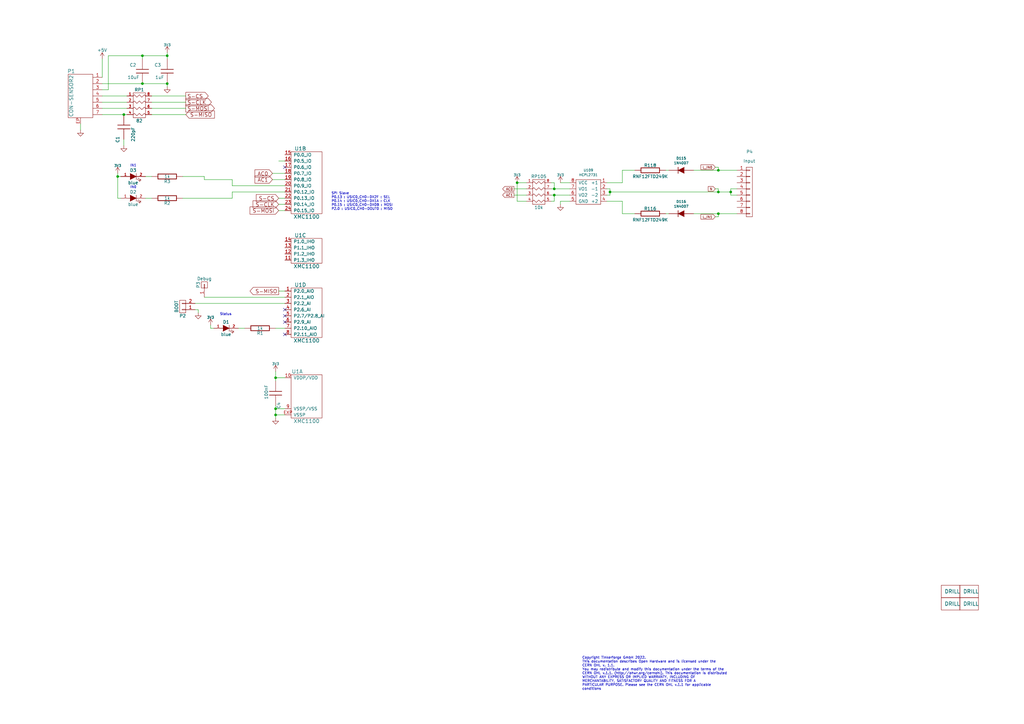
<source format=kicad_sch>
(kicad_sch (version 20211123) (generator eeschema)

  (uuid f609c103-5320-46aa-8e26-d6b60e489ee7)

  (paper "A3")

  (title_block
    (title "Industrial Dual AC IN Bricklet")
    (date "2022-11-15")
    (rev "1.0")
    (company "Tinkerforge GmbH")
    (comment 1 "Licensed under CERN OHL v.1.1")
    (comment 2 "Copyright (©) 2022, T.Schneidermann <tim@tinkerforge.com>")
  )

  (lib_symbols
    (symbol "tinkerforge:+5V" (power) (pin_names (offset 0)) (in_bom yes) (on_board yes)
      (property "Reference" "#PWR" (id 0) (at 0 -3.81 0)
        (effects (font (size 1.27 1.27)) hide)
      )
      (property "Value" "+5V" (id 1) (at 0 3.556 0)
        (effects (font (size 1.27 1.27)))
      )
      (property "Footprint" "" (id 2) (at 0 0 0)
        (effects (font (size 1.27 1.27)))
      )
      (property "Datasheet" "" (id 3) (at 0 0 0)
        (effects (font (size 1.27 1.27)))
      )
      (symbol "+5V_0_1"
        (polyline
          (pts
            (xy -0.762 1.27)
            (xy 0 2.54)
          )
          (stroke (width 0) (type default) (color 0 0 0 0))
          (fill (type none))
        )
        (polyline
          (pts
            (xy 0 0)
            (xy 0 2.54)
          )
          (stroke (width 0) (type default) (color 0 0 0 0))
          (fill (type none))
        )
        (polyline
          (pts
            (xy 0 2.54)
            (xy 0.762 1.27)
          )
          (stroke (width 0) (type default) (color 0 0 0 0))
          (fill (type none))
        )
      )
      (symbol "+5V_1_1"
        (pin power_in line (at 0 0 90) (length 0) hide
          (name "+5V" (effects (font (size 1.27 1.27))))
          (number "1" (effects (font (size 1.27 1.27))))
        )
      )
    )
    (symbol "tinkerforge:3V3" (power) (pin_names (offset 0)) (in_bom yes) (on_board yes)
      (property "Reference" "#PWR" (id 0) (at 0 -3.81 0)
        (effects (font (size 1.27 1.27)) hide)
      )
      (property "Value" "3V3" (id 1) (at 0 3.556 0)
        (effects (font (size 1.27 1.27)))
      )
      (property "Footprint" "" (id 2) (at 0 0 0)
        (effects (font (size 1.27 1.27)))
      )
      (property "Datasheet" "" (id 3) (at 0 0 0)
        (effects (font (size 1.27 1.27)))
      )
      (symbol "3V3_0_1"
        (polyline
          (pts
            (xy -0.762 1.27)
            (xy 0 2.54)
          )
          (stroke (width 0) (type default) (color 0 0 0 0))
          (fill (type none))
        )
        (polyline
          (pts
            (xy 0 0)
            (xy 0 2.54)
          )
          (stroke (width 0) (type default) (color 0 0 0 0))
          (fill (type none))
        )
        (polyline
          (pts
            (xy 0 2.54)
            (xy 0.762 1.27)
          )
          (stroke (width 0) (type default) (color 0 0 0 0))
          (fill (type none))
        )
      )
      (symbol "3V3_1_1"
        (pin power_in line (at 0 0 90) (length 0) hide
          (name "3V3" (effects (font (size 1.27 1.27))))
          (number "1" (effects (font (size 1.27 1.27))))
        )
      )
    )
    (symbol "tinkerforge:C" (pin_numbers hide) (pin_names (offset 0.254)) (in_bom yes) (on_board yes)
      (property "Reference" "C" (id 0) (at 1.27 2.54 0)
        (effects (font (size 1.27 1.27)) (justify left))
      )
      (property "Value" "C" (id 1) (at 1.27 -2.54 0)
        (effects (font (size 1.27 1.27)) (justify left))
      )
      (property "Footprint" "" (id 2) (at 0 0 0)
        (effects (font (size 1.524 1.524)))
      )
      (property "Datasheet" "" (id 3) (at 0 0 0)
        (effects (font (size 1.524 1.524)))
      )
      (property "ki_fp_filters" "SM* C? C1-1" (id 4) (at 0 0 0)
        (effects (font (size 1.27 1.27)) hide)
      )
      (symbol "C_0_1"
        (polyline
          (pts
            (xy -2.54 -0.762)
            (xy 2.54 -0.762)
          )
          (stroke (width 0.254) (type default) (color 0 0 0 0))
          (fill (type none))
        )
        (polyline
          (pts
            (xy -2.54 0.762)
            (xy 2.54 0.762)
          )
          (stroke (width 0.254) (type default) (color 0 0 0 0))
          (fill (type none))
        )
      )
      (symbol "C_1_1"
        (pin passive line (at 0 5.08 270) (length 4.318)
          (name "~" (effects (font (size 1.016 1.016))))
          (number "1" (effects (font (size 1.016 1.016))))
        )
        (pin passive line (at 0 -5.08 90) (length 4.318)
          (name "~" (effects (font (size 1.016 1.016))))
          (number "2" (effects (font (size 1.016 1.016))))
        )
      )
    )
    (symbol "tinkerforge:CON-SENSOR2" (pin_names (offset 1.016)) (in_bom yes) (on_board yes)
      (property "Reference" "P" (id 0) (at -3.81 10.16 0)
        (effects (font (size 1.524 1.524)))
      )
      (property "Value" "CON-SENSOR2" (id 1) (at 3.81 0 90)
        (effects (font (size 1.524 1.524)))
      )
      (property "Footprint" "" (id 2) (at 2.54 -3.81 0)
        (effects (font (size 1.524 1.524)))
      )
      (property "Datasheet" "" (id 3) (at 2.54 -3.81 0)
        (effects (font (size 1.524 1.524)))
      )
      (property "ki_fp_filters" "CON-SENSOR2" (id 4) (at 0 0 0)
        (effects (font (size 1.27 1.27)) hide)
      )
      (symbol "CON-SENSOR2_0_1"
        (rectangle (start -5.08 8.89) (end 5.08 -8.89)
          (stroke (width 0) (type default) (color 0 0 0 0))
          (fill (type none))
        )
      )
      (symbol "CON-SENSOR2_1_1"
        (pin passive line (at -8.89 7.62 0) (length 3.81)
          (name "~" (effects (font (size 1.27 1.27))))
          (number "1" (effects (font (size 1.27 1.27))))
        )
        (pin passive line (at -8.89 5.08 0) (length 3.81)
          (name "~" (effects (font (size 1.27 1.27))))
          (number "2" (effects (font (size 1.27 1.27))))
        )
        (pin passive line (at -8.89 2.54 0) (length 3.81)
          (name "~" (effects (font (size 1.27 1.27))))
          (number "3" (effects (font (size 1.27 1.27))))
        )
        (pin passive line (at -8.89 0 0) (length 3.81)
          (name "~" (effects (font (size 1.27 1.27))))
          (number "4" (effects (font (size 1.27 1.27))))
        )
        (pin passive line (at -8.89 -2.54 0) (length 3.81)
          (name "~" (effects (font (size 1.27 1.27))))
          (number "5" (effects (font (size 1.27 1.27))))
        )
        (pin passive line (at -8.89 -5.08 0) (length 3.81)
          (name "~" (effects (font (size 1.27 1.27))))
          (number "6" (effects (font (size 1.27 1.27))))
        )
        (pin passive line (at -8.89 -7.62 0) (length 3.81)
          (name "~" (effects (font (size 1.27 1.27))))
          (number "7" (effects (font (size 1.27 1.27))))
        )
        (pin passive line (at 0 -11.43 90) (length 2.54)
          (name "~" (effects (font (size 1.27 1.27))))
          (number "EP" (effects (font (size 1.27 1.27))))
        )
      )
    )
    (symbol "tinkerforge:CONN_01X01" (pin_names (offset 1.016) hide) (in_bom yes) (on_board yes)
      (property "Reference" "P" (id 0) (at 0 2.54 0)
        (effects (font (size 1.27 1.27)))
      )
      (property "Value" "CONN_01X01" (id 1) (at 2.54 0 90)
        (effects (font (size 1.27 1.27)))
      )
      (property "Footprint" "" (id 2) (at 0 0 0)
        (effects (font (size 1.27 1.27)))
      )
      (property "Datasheet" "" (id 3) (at 0 0 0)
        (effects (font (size 1.27 1.27)))
      )
      (property "ki_description" "Connector 01x01" (id 4) (at 0 0 0)
        (effects (font (size 1.27 1.27)) hide)
      )
      (property "ki_fp_filters" "Pin_Header_Straight_1X01 Pin_Header_Angled_1X01 Socket_Strip_Straight_1X01 Socket_Strip_Angled_1X01" (id 5) (at 0 0 0)
        (effects (font (size 1.27 1.27)) hide)
      )
      (symbol "CONN_01X01_0_1"
        (rectangle (start -1.27 0.127) (end 0.254 -0.127)
          (stroke (width 0) (type default) (color 0 0 0 0))
          (fill (type none))
        )
        (rectangle (start -1.27 1.27) (end 1.27 -1.27)
          (stroke (width 0) (type default) (color 0 0 0 0))
          (fill (type none))
        )
      )
      (symbol "CONN_01X01_1_1"
        (pin passive line (at -5.08 0 0) (length 3.81)
          (name "P1" (effects (font (size 1.27 1.27))))
          (number "1" (effects (font (size 1.27 1.27))))
        )
      )
    )
    (symbol "tinkerforge:CONN_01X02" (pin_names (offset 1.016) hide) (in_bom yes) (on_board yes)
      (property "Reference" "P" (id 0) (at 0 3.81 0)
        (effects (font (size 1.27 1.27)))
      )
      (property "Value" "CONN_01X02" (id 1) (at 2.54 0 90)
        (effects (font (size 1.27 1.27)))
      )
      (property "Footprint" "" (id 2) (at 0 0 0)
        (effects (font (size 1.27 1.27)))
      )
      (property "Datasheet" "" (id 3) (at 0 0 0)
        (effects (font (size 1.27 1.27)))
      )
      (property "ki_description" "Connector 01x02" (id 4) (at 0 0 0)
        (effects (font (size 1.27 1.27)) hide)
      )
      (property "ki_fp_filters" "Pin_Header_Straight_1X02 Pin_Header_Angled_1X02 Socket_Strip_Straight_1X02 Socket_Strip_Angled_1X02" (id 5) (at 0 0 0)
        (effects (font (size 1.27 1.27)) hide)
      )
      (symbol "CONN_01X02_0_1"
        (rectangle (start -1.27 -1.143) (end 0.254 -1.397)
          (stroke (width 0) (type default) (color 0 0 0 0))
          (fill (type none))
        )
        (rectangle (start -1.27 1.397) (end 0.254 1.143)
          (stroke (width 0) (type default) (color 0 0 0 0))
          (fill (type none))
        )
        (rectangle (start -1.27 2.54) (end 1.27 -2.54)
          (stroke (width 0) (type default) (color 0 0 0 0))
          (fill (type none))
        )
      )
      (symbol "CONN_01X02_1_1"
        (pin passive line (at -5.08 1.27 0) (length 3.81)
          (name "P1" (effects (font (size 1.27 1.27))))
          (number "1" (effects (font (size 1.27 1.27))))
        )
        (pin passive line (at -5.08 -1.27 0) (length 3.81)
          (name "P2" (effects (font (size 1.27 1.27))))
          (number "2" (effects (font (size 1.27 1.27))))
        )
      )
    )
    (symbol "tinkerforge:CONN_01X08" (pin_names (offset 1.016) hide) (in_bom yes) (on_board yes)
      (property "Reference" "P" (id 0) (at 0 11.43 0)
        (effects (font (size 1.27 1.27)))
      )
      (property "Value" "CONN_01X08" (id 1) (at 2.54 0 90)
        (effects (font (size 1.27 1.27)))
      )
      (property "Footprint" "" (id 2) (at 0 0 0)
        (effects (font (size 1.27 1.27)))
      )
      (property "Datasheet" "" (id 3) (at 0 0 0)
        (effects (font (size 1.27 1.27)))
      )
      (property "ki_description" "Connector 01x08" (id 4) (at 0 0 0)
        (effects (font (size 1.27 1.27)) hide)
      )
      (property "ki_fp_filters" "Pin_Header_Straight_1X08 Pin_Header_Angled_1X08 Socket_Strip_Straight_1X08 Socket_Strip_Angled_1X08" (id 5) (at 0 0 0)
        (effects (font (size 1.27 1.27)) hide)
      )
      (symbol "CONN_01X08_0_1"
        (rectangle (start -1.27 -10.16) (end 1.27 10.16)
          (stroke (width 0) (type default) (color 0 0 0 0))
          (fill (type none))
        )
        (rectangle (start -1.27 -8.763) (end 0.254 -9.017)
          (stroke (width 0) (type default) (color 0 0 0 0))
          (fill (type none))
        )
        (rectangle (start -1.27 -6.223) (end 0.254 -6.477)
          (stroke (width 0) (type default) (color 0 0 0 0))
          (fill (type none))
        )
        (rectangle (start -1.27 -3.683) (end 0.254 -3.937)
          (stroke (width 0) (type default) (color 0 0 0 0))
          (fill (type none))
        )
        (rectangle (start -1.27 -1.143) (end 0.254 -1.397)
          (stroke (width 0) (type default) (color 0 0 0 0))
          (fill (type none))
        )
        (rectangle (start -1.27 1.397) (end 0.254 1.143)
          (stroke (width 0) (type default) (color 0 0 0 0))
          (fill (type none))
        )
        (rectangle (start -1.27 3.937) (end 0.254 3.683)
          (stroke (width 0) (type default) (color 0 0 0 0))
          (fill (type none))
        )
        (rectangle (start -1.27 6.477) (end 0.254 6.223)
          (stroke (width 0) (type default) (color 0 0 0 0))
          (fill (type none))
        )
        (rectangle (start -1.27 9.017) (end 0.254 8.763)
          (stroke (width 0) (type default) (color 0 0 0 0))
          (fill (type none))
        )
      )
      (symbol "CONN_01X08_1_1"
        (pin passive line (at -5.08 8.89 0) (length 3.81)
          (name "P1" (effects (font (size 1.27 1.27))))
          (number "1" (effects (font (size 1.27 1.27))))
        )
        (pin passive line (at -5.08 6.35 0) (length 3.81)
          (name "P2" (effects (font (size 1.27 1.27))))
          (number "2" (effects (font (size 1.27 1.27))))
        )
        (pin passive line (at -5.08 3.81 0) (length 3.81)
          (name "P3" (effects (font (size 1.27 1.27))))
          (number "3" (effects (font (size 1.27 1.27))))
        )
        (pin passive line (at -5.08 1.27 0) (length 3.81)
          (name "P4" (effects (font (size 1.27 1.27))))
          (number "4" (effects (font (size 1.27 1.27))))
        )
        (pin passive line (at -5.08 -1.27 0) (length 3.81)
          (name "P5" (effects (font (size 1.27 1.27))))
          (number "5" (effects (font (size 1.27 1.27))))
        )
        (pin passive line (at -5.08 -3.81 0) (length 3.81)
          (name "P6" (effects (font (size 1.27 1.27))))
          (number "6" (effects (font (size 1.27 1.27))))
        )
        (pin passive line (at -5.08 -6.35 0) (length 3.81)
          (name "P7" (effects (font (size 1.27 1.27))))
          (number "7" (effects (font (size 1.27 1.27))))
        )
        (pin passive line (at -5.08 -8.89 0) (length 3.81)
          (name "P8" (effects (font (size 1.27 1.27))))
          (number "8" (effects (font (size 1.27 1.27))))
        )
      )
    )
    (symbol "tinkerforge:DIODE" (pin_numbers hide) (pin_names (offset 1.016) hide) (in_bom yes) (on_board yes)
      (property "Reference" "D" (id 0) (at 0 2.54 0)
        (effects (font (size 1.016 1.016)))
      )
      (property "Value" "DIODE" (id 1) (at 0 -2.54 0)
        (effects (font (size 1.016 1.016)))
      )
      (property "Footprint" "" (id 2) (at 0 0 0)
        (effects (font (size 1.524 1.524)))
      )
      (property "Datasheet" "" (id 3) (at 0 0 0)
        (effects (font (size 1.524 1.524)))
      )
      (property "ki_fp_filters" "D? S*" (id 4) (at 0 0 0)
        (effects (font (size 1.27 1.27)) hide)
      )
      (symbol "DIODE_0_1"
        (polyline
          (pts
            (xy 1.27 1.27)
            (xy 1.27 -1.27)
          )
          (stroke (width 0.254) (type default) (color 0 0 0 0))
          (fill (type none))
        )
        (polyline
          (pts
            (xy -1.27 1.27)
            (xy 1.27 0)
            (xy -1.27 -1.27)
          )
          (stroke (width 0) (type default) (color 0 0 0 0))
          (fill (type outline))
        )
      )
      (symbol "DIODE_1_1"
        (pin passive line (at -5.08 0 0) (length 3.81)
          (name "A" (effects (font (size 1.016 1.016))))
          (number "1" (effects (font (size 1.016 1.016))))
        )
        (pin passive line (at 5.08 0 180) (length 3.81)
          (name "K" (effects (font (size 1.016 1.016))))
          (number "2" (effects (font (size 1.016 1.016))))
        )
      )
    )
    (symbol "tinkerforge:DRILL" (pin_numbers hide) (pin_names (offset 0) hide) (in_bom yes) (on_board yes)
      (property "Reference" "" (id 0) (at 0 0 0)
        (effects (font (size 1.524 1.524)) hide)
      )
      (property "Value" "DRILL" (id 1) (at 0 0 0)
        (effects (font (size 1.524 1.524)))
      )
      (property "Footprint" "" (id 2) (at 0 0 0)
        (effects (font (size 1.524 1.524)))
      )
      (property "Datasheet" "" (id 3) (at 0 0 0)
        (effects (font (size 1.524 1.524)))
      )
      (symbol "DRILL_0_1"
        (rectangle (start -3.81 2.54) (end 3.81 -2.54)
          (stroke (width 0) (type default) (color 0 0 0 0))
          (fill (type none))
        )
      )
    )
    (symbol "tinkerforge:GND" (power) (pin_names (offset 0)) (in_bom yes) (on_board yes)
      (property "Reference" "#PWR" (id 0) (at 0 -6.35 0)
        (effects (font (size 1.27 1.27)) hide)
      )
      (property "Value" "GND" (id 1) (at 0 -5.08 0)
        (effects (font (size 1.27 1.27)))
      )
      (property "Footprint" "" (id 2) (at 0 0 0)
        (effects (font (size 1.27 1.27)))
      )
      (property "Datasheet" "" (id 3) (at 0 0 0)
        (effects (font (size 1.27 1.27)))
      )
      (symbol "GND_0_1"
        (polyline
          (pts
            (xy 0 0)
            (xy 0 -1.27)
            (xy 1.27 -1.27)
            (xy 0 -2.54)
            (xy -1.27 -1.27)
            (xy 0 -1.27)
          )
          (stroke (width 0) (type default) (color 0 0 0 0))
          (fill (type none))
        )
      )
      (symbol "GND_1_1"
        (pin power_in line (at 0 0 270) (length 0) hide
          (name "GND" (effects (font (size 1.27 1.27))))
          (number "1" (effects (font (size 1.27 1.27))))
        )
      )
    )
    (symbol "tinkerforge:HCPL-2731-000E" (pin_names (offset 1.016)) (in_bom yes) (on_board yes)
      (property "Reference" "U" (id 0) (at -3.81 6.35 0)
        (effects (font (size 0.9906 0.9906)))
      )
      (property "Value" "HCPL-2731-000E" (id 1) (at 0 -6.35 0)
        (effects (font (size 0.9906 0.9906)))
      )
      (property "Footprint" "" (id 2) (at -1.27 6.35 0)
        (effects (font (size 0.9906 0.9906)) hide)
      )
      (property "Datasheet" "" (id 3) (at -1.27 6.35 0)
        (effects (font (size 0.9906 0.9906)) hide)
      )
      (symbol "HCPL-2731-000E_0_1"
        (rectangle (start -5.08 5.08) (end 5.08 -5.08)
          (stroke (width 0) (type default) (color 0 0 0 0))
          (fill (type none))
        )
      )
      (symbol "HCPL-2731-000E_1_1"
        (pin passive line (at -7.62 3.81 0) (length 2.54)
          (name "+1" (effects (font (size 1.27 1.27))))
          (number "1" (effects (font (size 1.27 1.27))))
        )
        (pin passive line (at -7.62 1.27 0) (length 2.54)
          (name "-1" (effects (font (size 1.27 1.27))))
          (number "2" (effects (font (size 1.27 1.27))))
        )
        (pin passive line (at -7.62 -1.27 0) (length 2.54)
          (name "-2" (effects (font (size 1.27 1.27))))
          (number "3" (effects (font (size 1.27 1.27))))
        )
        (pin passive line (at -7.62 -3.81 0) (length 2.54)
          (name "+2" (effects (font (size 1.27 1.27))))
          (number "4" (effects (font (size 1.27 1.27))))
        )
        (pin passive line (at 7.62 -3.81 180) (length 2.54)
          (name "GND" (effects (font (size 1.27 1.27))))
          (number "5" (effects (font (size 1.27 1.27))))
        )
        (pin passive line (at 7.62 -1.27 180) (length 2.54)
          (name "VO2" (effects (font (size 1.27 1.27))))
          (number "6" (effects (font (size 1.27 1.27))))
        )
        (pin passive line (at 7.62 1.27 180) (length 2.54)
          (name "VO1" (effects (font (size 1.27 1.27))))
          (number "7" (effects (font (size 1.27 1.27))))
        )
        (pin passive line (at 7.62 3.81 180) (length 2.54)
          (name "VCC" (effects (font (size 1.27 1.27))))
          (number "8" (effects (font (size 1.27 1.27))))
        )
      )
    )
    (symbol "tinkerforge:LED" (pin_names (offset 1.016) hide) (in_bom yes) (on_board yes)
      (property "Reference" "D" (id 0) (at 0 2.54 0)
        (effects (font (size 1.27 1.27)))
      )
      (property "Value" "LED" (id 1) (at 0 -2.54 0)
        (effects (font (size 1.27 1.27)))
      )
      (property "Footprint" "" (id 2) (at 0 0 0)
        (effects (font (size 1.27 1.27)))
      )
      (property "Datasheet" "" (id 3) (at 0 0 0)
        (effects (font (size 1.27 1.27)))
      )
      (property "ki_keywords" "LED" (id 4) (at 0 0 0)
        (effects (font (size 1.27 1.27)) hide)
      )
      (property "ki_fp_filters" "LED-3MM LED-5MM LED-10MM LED-0603 LED-0805 LED-1206 LEDV" (id 5) (at 0 0 0)
        (effects (font (size 1.27 1.27)) hide)
      )
      (symbol "LED_0_1"
        (polyline
          (pts
            (xy 1.27 1.27)
            (xy 1.27 -1.27)
          )
          (stroke (width 0) (type default) (color 0 0 0 0))
          (fill (type none))
        )
        (polyline
          (pts
            (xy -1.27 1.27)
            (xy 1.27 0)
            (xy -1.27 -1.27)
          )
          (stroke (width 0) (type default) (color 0 0 0 0))
          (fill (type outline))
        )
        (polyline
          (pts
            (xy 1.651 -1.016)
            (xy 2.794 -2.032)
            (xy 2.667 -1.397)
          )
          (stroke (width 0) (type default) (color 0 0 0 0))
          (fill (type none))
        )
        (polyline
          (pts
            (xy 2.032 -0.635)
            (xy 3.175 -1.651)
            (xy 3.048 -1.016)
          )
          (stroke (width 0) (type default) (color 0 0 0 0))
          (fill (type none))
        )
      )
      (symbol "LED_1_1"
        (pin passive line (at -5.08 0 0) (length 3.81)
          (name "A" (effects (font (size 1.016 1.016))))
          (number "1" (effects (font (size 1.016 1.016))))
        )
        (pin passive line (at 5.08 0 180) (length 3.81)
          (name "K" (effects (font (size 1.016 1.016))))
          (number "2" (effects (font (size 1.016 1.016))))
        )
      )
    )
    (symbol "tinkerforge:R" (pin_numbers hide) (pin_names (offset 0)) (in_bom yes) (on_board yes)
      (property "Reference" "R" (id 0) (at 2.032 0 90)
        (effects (font (size 1.27 1.27)))
      )
      (property "Value" "R" (id 1) (at 0 0 90)
        (effects (font (size 1.27 1.27)))
      )
      (property "Footprint" "" (id 2) (at 0 0 0)
        (effects (font (size 1.524 1.524)))
      )
      (property "Datasheet" "" (id 3) (at 0 0 0)
        (effects (font (size 1.524 1.524)))
      )
      (property "ki_fp_filters" "R? SM0603 SM0805 R?-*" (id 4) (at 0 0 0)
        (effects (font (size 1.27 1.27)) hide)
      )
      (symbol "R_0_1"
        (rectangle (start -1.016 3.81) (end 1.016 -3.81)
          (stroke (width 0.3048) (type default) (color 0 0 0 0))
          (fill (type none))
        )
      )
      (symbol "R_1_1"
        (pin passive line (at 0 6.35 270) (length 2.54)
          (name "~" (effects (font (size 1.524 1.524))))
          (number "1" (effects (font (size 1.524 1.524))))
        )
        (pin passive line (at 0 -6.35 90) (length 2.54)
          (name "~" (effects (font (size 1.524 1.524))))
          (number "2" (effects (font (size 1.524 1.524))))
        )
      )
    )
    (symbol "tinkerforge:R_PACK4" (pin_names hide) (in_bom yes) (on_board yes)
      (property "Reference" "RP" (id 0) (at 0 11.43 0)
        (effects (font (size 1.27 1.27)))
      )
      (property "Value" "R_PACK4" (id 1) (at 0 -1.27 0)
        (effects (font (size 1.27 1.27)))
      )
      (property "Footprint" "" (id 2) (at 0 0 0)
        (effects (font (size 1.27 1.27)))
      )
      (property "Datasheet" "" (id 3) (at 0 0 0)
        (effects (font (size 1.27 1.27)))
      )
      (property "ki_keywords" "R DEV" (id 4) (at 0 0 0)
        (effects (font (size 1.27 1.27)) hide)
      )
      (property "ki_description" "4 resistors Pack" (id 5) (at 0 0 0)
        (effects (font (size 1.27 1.27)) hide)
      )
      (symbol "R_PACK4_0_1"
        (polyline
          (pts
            (xy -2.54 10.16)
            (xy -2.54 0)
            (xy 2.54 0)
            (xy 2.54 10.16)
            (xy -2.54 10.16)
          )
          (stroke (width 0) (type default) (color 0 0 0 0))
          (fill (type none))
        )
        (polyline
          (pts
            (xy -2.54 1.27)
            (xy -2.032 1.778)
            (xy -1.016 0.762)
            (xy 0 1.778)
            (xy 1.016 0.762)
            (xy 2.032 1.778)
            (xy 2.54 1.27)
          )
          (stroke (width 0) (type default) (color 0 0 0 0))
          (fill (type none))
        )
        (polyline
          (pts
            (xy -2.54 3.81)
            (xy -2.032 4.318)
            (xy -1.016 3.302)
            (xy 0 4.318)
            (xy 1.016 3.302)
            (xy 2.032 4.318)
            (xy 2.54 3.81)
          )
          (stroke (width 0) (type default) (color 0 0 0 0))
          (fill (type none))
        )
        (polyline
          (pts
            (xy -2.54 6.35)
            (xy -2.032 6.858)
            (xy -1.016 5.842)
            (xy 0 6.858)
            (xy 1.016 5.842)
            (xy 2.032 6.858)
            (xy 2.54 6.35)
          )
          (stroke (width 0) (type default) (color 0 0 0 0))
          (fill (type none))
        )
        (polyline
          (pts
            (xy -2.54 8.89)
            (xy -2.032 9.398)
            (xy -1.016 8.382)
            (xy 0 9.398)
            (xy 1.016 8.382)
            (xy 2.032 9.398)
            (xy 2.54 8.89)
          )
          (stroke (width 0) (type default) (color 0 0 0 0))
          (fill (type none))
        )
      )
      (symbol "R_PACK4_1_1"
        (pin passive line (at -5.08 8.89 0) (length 2.54)
          (name "P1" (effects (font (size 1.016 1.016))))
          (number "1" (effects (font (size 1.016 1.016))))
        )
        (pin passive line (at -5.08 6.35 0) (length 2.54)
          (name "P2" (effects (font (size 1.016 1.016))))
          (number "2" (effects (font (size 1.016 1.016))))
        )
        (pin passive line (at -5.08 3.81 0) (length 2.54)
          (name "P3" (effects (font (size 1.016 1.016))))
          (number "3" (effects (font (size 1.016 1.016))))
        )
        (pin passive line (at -5.08 1.27 0) (length 2.54)
          (name "P4" (effects (font (size 1.016 1.016))))
          (number "4" (effects (font (size 1.016 1.016))))
        )
        (pin passive line (at 5.08 1.27 180) (length 2.54)
          (name "R4" (effects (font (size 1.016 1.016))))
          (number "5" (effects (font (size 1.016 1.016))))
        )
        (pin passive line (at 5.08 3.81 180) (length 2.54)
          (name "R3" (effects (font (size 1.016 1.016))))
          (number "6" (effects (font (size 1.016 1.016))))
        )
        (pin passive line (at 5.08 6.35 180) (length 2.54)
          (name "R2" (effects (font (size 1.016 1.016))))
          (number "7" (effects (font (size 1.016 1.016))))
        )
        (pin passive line (at 5.08 8.89 180) (length 2.54)
          (name "R1" (effects (font (size 1.016 1.016))))
          (number "8" (effects (font (size 1.016 1.016))))
        )
      )
    )
    (symbol "tinkerforge:XMC1XXX24" (pin_names (offset 1.016)) (in_bom yes) (on_board yes)
      (property "Reference" "U" (id 0) (at -3.81 15.24 0)
        (effects (font (size 1.524 1.524)))
      )
      (property "Value" "XMC1XXX24" (id 1) (at 0 -16.51 0)
        (effects (font (size 1.524 1.524)))
      )
      (property "Footprint" "" (id 2) (at 3.81 19.05 0)
        (effects (font (size 1.524 1.524)))
      )
      (property "Datasheet" "" (id 3) (at 3.81 19.05 0)
        (effects (font (size 1.524 1.524)))
      )
      (symbol "XMC1XXX24_1_1"
        (rectangle (start -6.35 8.89) (end 6.35 -8.89)
          (stroke (width 0) (type default) (color 0 0 0 0))
          (fill (type none))
        )
        (pin passive line (at -8.89 7.62 0) (length 2.54)
          (name "VDDP/VDD" (effects (font (size 1.27 1.27))))
          (number "10" (effects (font (size 1.27 1.27))))
        )
        (pin passive line (at -8.89 -5.08 0) (length 2.54)
          (name "VSSP/VSS" (effects (font (size 1.27 1.27))))
          (number "9" (effects (font (size 1.27 1.27))))
        )
        (pin passive line (at -8.89 -7.62 0) (length 2.54)
          (name "VSSP" (effects (font (size 1.27 1.27))))
          (number "EXP" (effects (font (size 1.27 1.27))))
        )
      )
      (symbol "XMC1XXX24_2_1"
        (rectangle (start -6.35 12.7) (end 6.35 -12.7)
          (stroke (width 0) (type default) (color 0 0 0 0))
          (fill (type none))
        )
        (pin passive line (at -8.89 11.43 0) (length 2.54)
          (name "P0.0_IO" (effects (font (size 1.27 1.27))))
          (number "15" (effects (font (size 1.27 1.27))))
        )
        (pin passive line (at -8.89 8.89 0) (length 2.54)
          (name "P0.5_IO" (effects (font (size 1.27 1.27))))
          (number "16" (effects (font (size 1.27 1.27))))
        )
        (pin passive line (at -8.89 6.35 0) (length 2.54)
          (name "P0.6_IO" (effects (font (size 1.27 1.27))))
          (number "17" (effects (font (size 1.27 1.27))))
        )
        (pin passive line (at -8.89 3.81 0) (length 2.54)
          (name "P0.7_IO" (effects (font (size 1.27 1.27))))
          (number "18" (effects (font (size 1.27 1.27))))
        )
        (pin passive line (at -8.89 1.27 0) (length 2.54)
          (name "P0.8_IO" (effects (font (size 1.27 1.27))))
          (number "19" (effects (font (size 1.27 1.27))))
        )
        (pin passive line (at -8.89 -1.27 0) (length 2.54)
          (name "P0.9_IO" (effects (font (size 1.27 1.27))))
          (number "20" (effects (font (size 1.27 1.27))))
        )
        (pin passive line (at -8.89 -3.81 0) (length 2.54)
          (name "P0.12_IO" (effects (font (size 1.27 1.27))))
          (number "21" (effects (font (size 1.27 1.27))))
        )
        (pin passive line (at -8.89 -6.35 0) (length 2.54)
          (name "P0.13_IO" (effects (font (size 1.27 1.27))))
          (number "22" (effects (font (size 1.27 1.27))))
        )
        (pin passive line (at -8.89 -8.89 0) (length 2.54)
          (name "P0.14_IO" (effects (font (size 1.27 1.27))))
          (number "23" (effects (font (size 1.27 1.27))))
        )
        (pin passive line (at -8.89 -11.43 0) (length 2.54)
          (name "P0.15_IO" (effects (font (size 1.27 1.27))))
          (number "24" (effects (font (size 1.27 1.27))))
        )
      )
      (symbol "XMC1XXX24_3_1"
        (rectangle (start -6.35 5.08) (end 6.35 -5.08)
          (stroke (width 0) (type default) (color 0 0 0 0))
          (fill (type none))
        )
        (pin passive line (at -8.89 -3.81 0) (length 2.54)
          (name "P1.3_IHO" (effects (font (size 1.27 1.27))))
          (number "11" (effects (font (size 1.27 1.27))))
        )
        (pin passive line (at -8.89 -1.27 0) (length 2.54)
          (name "P1.2_IHO" (effects (font (size 1.27 1.27))))
          (number "12" (effects (font (size 1.27 1.27))))
        )
        (pin passive line (at -8.89 1.27 0) (length 2.54)
          (name "P1.1_IHO" (effects (font (size 1.27 1.27))))
          (number "13" (effects (font (size 1.27 1.27))))
        )
        (pin passive line (at -8.89 3.81 0) (length 2.54)
          (name "P1.0_IHO" (effects (font (size 1.27 1.27))))
          (number "14" (effects (font (size 1.27 1.27))))
        )
      )
      (symbol "XMC1XXX24_4_1"
        (rectangle (start -6.35 10.16) (end 6.35 -10.16)
          (stroke (width 0) (type default) (color 0 0 0 0))
          (fill (type none))
        )
        (pin passive line (at -8.89 8.89 0) (length 2.54)
          (name "P2.0_AIO" (effects (font (size 1.27 1.27))))
          (number "1" (effects (font (size 1.27 1.27))))
        )
        (pin passive line (at -8.89 6.35 0) (length 2.54)
          (name "P2.1_AIO" (effects (font (size 1.27 1.27))))
          (number "2" (effects (font (size 1.27 1.27))))
        )
        (pin passive line (at -8.89 3.81 0) (length 2.54)
          (name "P2.2_AI" (effects (font (size 1.27 1.27))))
          (number "3" (effects (font (size 1.27 1.27))))
        )
        (pin passive line (at -8.89 1.27 0) (length 2.54)
          (name "P2.6_AI" (effects (font (size 1.27 1.27))))
          (number "4" (effects (font (size 1.27 1.27))))
        )
        (pin passive line (at -8.89 -1.27 0) (length 2.54)
          (name "P2.7/P2.8_AI" (effects (font (size 1.27 1.27))))
          (number "5" (effects (font (size 1.27 1.27))))
        )
        (pin passive line (at -8.89 -3.81 0) (length 2.54)
          (name "P2.9_AI" (effects (font (size 1.27 1.27))))
          (number "6" (effects (font (size 1.27 1.27))))
        )
        (pin passive line (at -8.89 -6.35 0) (length 2.54)
          (name "P2.10_AIO" (effects (font (size 1.27 1.27))))
          (number "7" (effects (font (size 1.27 1.27))))
        )
        (pin passive line (at -8.89 -8.89 0) (length 2.54)
          (name "P2.11_AIO" (effects (font (size 1.27 1.27))))
          (number "8" (effects (font (size 1.27 1.27))))
        )
      )
    )
  )

  (junction (at 212.09 74.93) (diameter 0) (color 0 0 0 0)
    (uuid 083adf86-f4ef-46ea-b685-de226edc2c06)
  )
  (junction (at 58.42 22.86) (diameter 0) (color 0 0 0 0)
    (uuid 08e9d781-3c49-42f3-a0a2-3752482d9023)
  )
  (junction (at 299.72 78.74) (diameter 0) (color 0 0 0 0)
    (uuid 12e7f8da-799e-437a-bcae-f59904ada391)
  )
  (junction (at 227.33 77.47) (diameter 0) (color 0 0 0 0)
    (uuid 1ca8e3ec-7527-4718-a060-670eb32869f5)
  )
  (junction (at 68.58 22.86) (diameter 0) (color 0 0 0 0)
    (uuid 26814d14-3128-44dc-abde-e132d9d36abb)
  )
  (junction (at 250.19 78.74) (diameter 0) (color 0 0 0 0)
    (uuid 31873c2d-38f5-479f-916a-e6d7dc667eb7)
  )
  (junction (at 294.64 78.74) (diameter 0) (color 0 0 0 0)
    (uuid 3b37c4a5-df1e-472b-8dc8-67aa589f2525)
  )
  (junction (at 68.58 34.29) (diameter 0) (color 0 0 0 0)
    (uuid 472946e5-eaec-46af-aaae-71213ad8f0f2)
  )
  (junction (at 227.33 80.01) (diameter 0) (color 0 0 0 0)
    (uuid 689bf066-23fe-4260-be15-cc517f14565f)
  )
  (junction (at 113.03 170.18) (diameter 0) (color 0 0 0 0)
    (uuid 69ad9691-70bf-4ff9-8c75-bdf3e6bef611)
  )
  (junction (at 113.03 154.94) (diameter 0) (color 0 0 0 0)
    (uuid 72bcfe81-1eb1-4548-8abf-9aa210d8bec1)
  )
  (junction (at 50.8 46.99) (diameter 0) (color 0 0 0 0)
    (uuid 762884db-f0c0-4597-81b4-496202b288fb)
  )
  (junction (at 58.42 34.29) (diameter 0) (color 0 0 0 0)
    (uuid 9e283df6-8ab1-462f-a571-f585cfb7f303)
  )
  (junction (at 48.26 72.39) (diameter 0) (color 0 0 0 0)
    (uuid 9f5a2204-7d5b-4b92-9e28-d2ee813f3ca5)
  )
  (junction (at 294.64 69.85) (diameter 0) (color 0 0 0 0)
    (uuid ac18090e-8559-4fae-9899-56ffd40d22cc)
  )
  (junction (at 294.64 87.63) (diameter 0) (color 0 0 0 0)
    (uuid ad59327a-0c9a-4f09-bae6-60a7b113622d)
  )
  (junction (at 113.03 167.64) (diameter 0) (color 0 0 0 0)
    (uuid f0e0f230-5c72-4a79-91aa-a578b528af7c)
  )

  (no_connect (at 116.84 137.16) (uuid 0c805c98-1e14-41fc-8e58-d6da516e9692))
  (no_connect (at 116.84 132.08) (uuid 4f25d5ec-65c8-4090-94b9-38ac3c83c03b))
  (no_connect (at 116.84 129.54) (uuid a667272d-52a0-4768-9fe8-7b189b4bfc9b))
  (no_connect (at 116.84 127) (uuid bad8a890-ebe8-4ff4-82dd-533d15f5b56a))
  (no_connect (at 116.84 68.58) (uuid f988c016-b9d0-4409-886d-2b1ce154f73d))

  (wire (pts (xy 44.45 22.86) (xy 58.42 22.86))
    (stroke (width 0) (type default) (color 0 0 0 0))
    (uuid 035cf3d8-03a5-42eb-a8cb-f3a4417662c5)
  )
  (wire (pts (xy 95.25 78.74) (xy 116.84 78.74))
    (stroke (width 0) (type default) (color 0 0 0 0))
    (uuid 0868b9e6-e7d4-41c7-9e9d-f4b48edfc11f)
  )
  (wire (pts (xy 86.36 134.62) (xy 86.36 133.35))
    (stroke (width 0) (type default) (color 0 0 0 0))
    (uuid 099871f5-807b-4b2d-a8f5-0d8757513742)
  )
  (wire (pts (xy 114.3 81.28) (xy 116.84 81.28))
    (stroke (width 0) (type default) (color 0 0 0 0))
    (uuid 0c2297f4-f32c-425c-914a-59a6f0f034e3)
  )
  (wire (pts (xy 212.09 82.55) (xy 215.9 82.55))
    (stroke (width 0) (type default) (color 0 0 0 0))
    (uuid 125bd277-c3c0-4dd2-bbc9-b3f5614303a7)
  )
  (wire (pts (xy 250.19 77.47) (xy 250.19 78.74))
    (stroke (width 0) (type default) (color 0 0 0 0))
    (uuid 147bddcc-e18b-4e97-af8e-333ae7fde0f7)
  )
  (wire (pts (xy 41.91 46.99) (xy 50.8 46.99))
    (stroke (width 0) (type default) (color 0 0 0 0))
    (uuid 17811766-862d-44ca-8d74-b11482e665c9)
  )
  (wire (pts (xy 50.8 57.15) (xy 50.8 59.69))
    (stroke (width 0) (type default) (color 0 0 0 0))
    (uuid 194e7b48-5598-4b7e-b892-95476fcf401d)
  )
  (wire (pts (xy 41.91 39.37) (xy 52.07 39.37))
    (stroke (width 0) (type default) (color 0 0 0 0))
    (uuid 20f4397a-1afe-4718-8368-2c35a7b6d305)
  )
  (wire (pts (xy 68.58 21.59) (xy 68.58 22.86))
    (stroke (width 0) (type default) (color 0 0 0 0))
    (uuid 285a77ce-10b9-4409-9d22-5fbbd027fdd1)
  )
  (wire (pts (xy 44.45 36.83) (xy 44.45 22.86))
    (stroke (width 0) (type default) (color 0 0 0 0))
    (uuid 295570b8-3802-406b-a292-e2ba59ef7614)
  )
  (wire (pts (xy 49.53 81.28) (xy 48.26 81.28))
    (stroke (width 0) (type default) (color 0 0 0 0))
    (uuid 29a09c50-9267-4bd1-b335-fee28b85aa03)
  )
  (wire (pts (xy 114.3 66.04) (xy 116.84 66.04))
    (stroke (width 0) (type default) (color 0 0 0 0))
    (uuid 29e8ddb1-307b-479a-82c9-48e407b07611)
  )
  (wire (pts (xy 41.91 36.83) (xy 44.45 36.83))
    (stroke (width 0) (type default) (color 0 0 0 0))
    (uuid 2aa7abc2-f96a-4b48-8397-60983c857a09)
  )
  (wire (pts (xy 50.8 46.99) (xy 52.07 46.99))
    (stroke (width 0) (type default) (color 0 0 0 0))
    (uuid 2b924db7-5569-4627-98fd-c7f4f6c362c2)
  )
  (wire (pts (xy 48.26 72.39) (xy 48.26 71.12))
    (stroke (width 0) (type default) (color 0 0 0 0))
    (uuid 32313328-9254-42bc-a1e5-4a5d600d7739)
  )
  (wire (pts (xy 293.37 68.58) (xy 294.64 68.58))
    (stroke (width 0) (type default) (color 0 0 0 0))
    (uuid 34f6a928-be56-4ba0-abed-2a72190a66fb)
  )
  (wire (pts (xy 83.82 72.39) (xy 83.82 73.66))
    (stroke (width 0) (type default) (color 0 0 0 0))
    (uuid 3611e0c3-75c9-4515-a619-b189d76f382c)
  )
  (wire (pts (xy 299.72 78.74) (xy 299.72 80.01))
    (stroke (width 0) (type default) (color 0 0 0 0))
    (uuid 385a3940-c130-4c34-b691-6ccf39b71809)
  )
  (wire (pts (xy 248.92 77.47) (xy 250.19 77.47))
    (stroke (width 0) (type default) (color 0 0 0 0))
    (uuid 388bcaf8-aa97-407b-8d87-a343c5dc85a7)
  )
  (wire (pts (xy 299.72 77.47) (xy 299.72 78.74))
    (stroke (width 0) (type default) (color 0 0 0 0))
    (uuid 3a6f0836-70d0-4969-a44c-66889c2eb2eb)
  )
  (wire (pts (xy 233.68 82.55) (xy 229.87 82.55))
    (stroke (width 0) (type default) (color 0 0 0 0))
    (uuid 3b12ea08-fe2a-471a-99f2-09a776672bf9)
  )
  (wire (pts (xy 111.76 71.12) (xy 116.84 71.12))
    (stroke (width 0) (type default) (color 0 0 0 0))
    (uuid 4029a757-5c8d-47bf-a1bc-97c1fc0b4a1d)
  )
  (wire (pts (xy 113.03 154.94) (xy 113.03 156.21))
    (stroke (width 0) (type default) (color 0 0 0 0))
    (uuid 41808b91-01d0-4866-a823-2781771f3f63)
  )
  (wire (pts (xy 81.28 127) (xy 81.28 128.27))
    (stroke (width 0) (type default) (color 0 0 0 0))
    (uuid 43830959-70eb-4876-9f76-da714f218a45)
  )
  (wire (pts (xy 255.27 69.85) (xy 255.27 74.93))
    (stroke (width 0) (type default) (color 0 0 0 0))
    (uuid 440c4399-bed7-40a0-ae9f-7910ea53fdbc)
  )
  (wire (pts (xy 250.19 78.74) (xy 250.19 80.01))
    (stroke (width 0) (type default) (color 0 0 0 0))
    (uuid 484f87e0-f23b-488d-9596-160ab01ae1c5)
  )
  (wire (pts (xy 62.23 72.39) (xy 59.69 72.39))
    (stroke (width 0) (type default) (color 0 0 0 0))
    (uuid 4a944292-b801-464e-9c59-4c9087726c4a)
  )
  (wire (pts (xy 68.58 22.86) (xy 68.58 24.13))
    (stroke (width 0) (type default) (color 0 0 0 0))
    (uuid 50eed57b-6e22-4fba-861a-45c1731d5a48)
  )
  (wire (pts (xy 116.84 167.64) (xy 113.03 167.64))
    (stroke (width 0) (type default) (color 0 0 0 0))
    (uuid 568ecf59-03ca-4532-9c04-d2ab25792315)
  )
  (wire (pts (xy 58.42 34.29) (xy 68.58 34.29))
    (stroke (width 0) (type default) (color 0 0 0 0))
    (uuid 59ba9984-d35d-41f0-b444-787a61797b05)
  )
  (wire (pts (xy 48.26 72.39) (xy 48.26 81.28))
    (stroke (width 0) (type default) (color 0 0 0 0))
    (uuid 5ec041aa-61b4-4506-9b49-73ba6eef9f1f)
  )
  (wire (pts (xy 250.19 80.01) (xy 248.92 80.01))
    (stroke (width 0) (type default) (color 0 0 0 0))
    (uuid 62234b12-ef40-4ac9-8c3f-ca583f236e04)
  )
  (wire (pts (xy 293.37 77.47) (xy 294.64 77.47))
    (stroke (width 0) (type default) (color 0 0 0 0))
    (uuid 64ef6c83-3233-4231-ada9-4e1af6574b5c)
  )
  (wire (pts (xy 212.09 74.93) (xy 212.09 82.55))
    (stroke (width 0) (type default) (color 0 0 0 0))
    (uuid 68427b1d-62e5-4c83-bb2f-3f34f9daf249)
  )
  (wire (pts (xy 41.91 24.13) (xy 41.91 31.75))
    (stroke (width 0) (type default) (color 0 0 0 0))
    (uuid 6a055fa0-1407-4e94-abbc-3b8922588193)
  )
  (wire (pts (xy 299.72 80.01) (xy 302.26 80.01))
    (stroke (width 0) (type default) (color 0 0 0 0))
    (uuid 6c1f0639-13e5-4f16-b118-e92cf55d0f54)
  )
  (wire (pts (xy 227.33 74.93) (xy 227.33 77.47))
    (stroke (width 0) (type default) (color 0 0 0 0))
    (uuid 6fb7341b-f966-44f5-9870-5ba98fe57523)
  )
  (wire (pts (xy 116.84 83.82) (xy 114.3 83.82))
    (stroke (width 0) (type default) (color 0 0 0 0))
    (uuid 701a33d8-feaf-43ff-8987-fdc8c2fe9238)
  )
  (wire (pts (xy 294.64 78.74) (xy 299.72 78.74))
    (stroke (width 0) (type default) (color 0 0 0 0))
    (uuid 70763274-d2d3-47eb-a08c-b487b7e2cc8f)
  )
  (wire (pts (xy 116.84 86.36) (xy 114.3 86.36))
    (stroke (width 0) (type default) (color 0 0 0 0))
    (uuid 74ee21dd-c07c-45a0-a8ec-7ad804dab6f0)
  )
  (wire (pts (xy 210.82 80.01) (xy 215.9 80.01))
    (stroke (width 0) (type default) (color 0 0 0 0))
    (uuid 785c72bd-4ea9-496e-9123-3c074b669008)
  )
  (wire (pts (xy 255.27 87.63) (xy 255.27 82.55))
    (stroke (width 0) (type default) (color 0 0 0 0))
    (uuid 7ae451a4-857b-4f0e-abc5-8cbc1e93763e)
  )
  (wire (pts (xy 229.87 82.55) (xy 229.87 83.82))
    (stroke (width 0) (type default) (color 0 0 0 0))
    (uuid 83293cf8-4527-4df0-a4f9-c5e4cc348858)
  )
  (wire (pts (xy 41.91 34.29) (xy 58.42 34.29))
    (stroke (width 0) (type default) (color 0 0 0 0))
    (uuid 8400b5a2-7344-4916-b157-a6855d45e463)
  )
  (wire (pts (xy 113.03 152.4) (xy 113.03 154.94))
    (stroke (width 0) (type default) (color 0 0 0 0))
    (uuid 841eeddd-e657-40b3-8eac-9e331a36f964)
  )
  (wire (pts (xy 294.64 88.9) (xy 294.64 87.63))
    (stroke (width 0) (type default) (color 0 0 0 0))
    (uuid 8476a03c-a150-4f5b-bede-3df26bd6c2a7)
  )
  (wire (pts (xy 113.03 167.64) (xy 113.03 170.18))
    (stroke (width 0) (type default) (color 0 0 0 0))
    (uuid 858c7eda-e158-42dd-954a-b96337c25095)
  )
  (wire (pts (xy 294.64 77.47) (xy 294.64 78.74))
    (stroke (width 0) (type default) (color 0 0 0 0))
    (uuid 859190f3-1012-4b7b-9fc0-d362d41ae093)
  )
  (wire (pts (xy 226.06 74.93) (xy 227.33 74.93))
    (stroke (width 0) (type default) (color 0 0 0 0))
    (uuid 866f63d6-86ea-413d-8326-ab086b6dc891)
  )
  (wire (pts (xy 215.9 77.47) (xy 210.82 77.47))
    (stroke (width 0) (type default) (color 0 0 0 0))
    (uuid 877b6f5d-327c-46c1-8602-a27c5aa2682d)
  )
  (wire (pts (xy 294.64 68.58) (xy 294.64 69.85))
    (stroke (width 0) (type default) (color 0 0 0 0))
    (uuid 89c072a2-4c8d-4e1a-871c-4e98f784be3f)
  )
  (wire (pts (xy 273.05 87.63) (xy 274.32 87.63))
    (stroke (width 0) (type default) (color 0 0 0 0))
    (uuid 91b35f33-852c-4f3d-b38f-0496d0c5ca0d)
  )
  (wire (pts (xy 49.53 72.39) (xy 48.26 72.39))
    (stroke (width 0) (type default) (color 0 0 0 0))
    (uuid 931ac69b-7dff-4fdc-acae-e199573aca03)
  )
  (wire (pts (xy 58.42 22.86) (xy 68.58 22.86))
    (stroke (width 0) (type default) (color 0 0 0 0))
    (uuid 93ca6798-745c-4826-ae12-6ec4e61edccc)
  )
  (wire (pts (xy 95.25 78.74) (xy 95.25 81.28))
    (stroke (width 0) (type default) (color 0 0 0 0))
    (uuid 9779f726-fdb9-4058-9ee7-57df3b5a301a)
  )
  (wire (pts (xy 284.48 87.63) (xy 294.64 87.63))
    (stroke (width 0) (type default) (color 0 0 0 0))
    (uuid 98484c8f-e4cc-4e43-b7f0-546cba0b6a4a)
  )
  (wire (pts (xy 41.91 41.91) (xy 52.07 41.91))
    (stroke (width 0) (type default) (color 0 0 0 0))
    (uuid 9870ba00-9eab-4634-ab37-9275a78b7809)
  )
  (wire (pts (xy 227.33 77.47) (xy 226.06 77.47))
    (stroke (width 0) (type default) (color 0 0 0 0))
    (uuid 9a124edc-983a-4c9f-a80f-cbc42d6cd071)
  )
  (wire (pts (xy 293.37 88.9) (xy 294.64 88.9))
    (stroke (width 0) (type default) (color 0 0 0 0))
    (uuid 9aeea224-3e0f-4e48-bb72-c19555a19721)
  )
  (wire (pts (xy 294.64 87.63) (xy 302.26 87.63))
    (stroke (width 0) (type default) (color 0 0 0 0))
    (uuid 9bff213c-cf39-4451-b928-ad3d367b3ea4)
  )
  (wire (pts (xy 80.01 124.46) (xy 116.84 124.46))
    (stroke (width 0) (type default) (color 0 0 0 0))
    (uuid 9cc1c660-dea3-44cd-a56c-c793f42d3a73)
  )
  (wire (pts (xy 294.64 69.85) (xy 302.26 69.85))
    (stroke (width 0) (type default) (color 0 0 0 0))
    (uuid 9d065d4d-fbf5-42f9-bb99-285f9711004d)
  )
  (wire (pts (xy 248.92 82.55) (xy 255.27 82.55))
    (stroke (width 0) (type default) (color 0 0 0 0))
    (uuid a48c4f8f-9c62-4dd3-9e7e-e3a61a04e7d7)
  )
  (wire (pts (xy 62.23 81.28) (xy 59.69 81.28))
    (stroke (width 0) (type default) (color 0 0 0 0))
    (uuid a60f4935-ae88-45eb-a9a3-319a262790af)
  )
  (wire (pts (xy 33.02 53.34) (xy 33.02 50.8))
    (stroke (width 0) (type default) (color 0 0 0 0))
    (uuid a75d9289-cf5d-4bed-a921-05ca01ecfb2a)
  )
  (wire (pts (xy 274.32 69.85) (xy 273.05 69.85))
    (stroke (width 0) (type default) (color 0 0 0 0))
    (uuid a7f6a998-61c2-45f7-bd07-17d9a5ec13a6)
  )
  (wire (pts (xy 74.93 81.28) (xy 95.25 81.28))
    (stroke (width 0) (type default) (color 0 0 0 0))
    (uuid aa07f24e-4991-4721-9bdc-75f1f89f11f4)
  )
  (wire (pts (xy 233.68 74.93) (xy 229.87 74.93))
    (stroke (width 0) (type default) (color 0 0 0 0))
    (uuid ab749b0c-d984-4320-afe7-39d8def52b04)
  )
  (wire (pts (xy 100.33 134.62) (xy 97.79 134.62))
    (stroke (width 0) (type default) (color 0 0 0 0))
    (uuid abe05c3a-3783-49d5-a95b-2e9b7950234f)
  )
  (wire (pts (xy 62.23 44.45) (xy 76.2 44.45))
    (stroke (width 0) (type default) (color 0 0 0 0))
    (uuid af360355-effa-4796-8b6e-be99e36dfade)
  )
  (wire (pts (xy 284.48 69.85) (xy 294.64 69.85))
    (stroke (width 0) (type default) (color 0 0 0 0))
    (uuid b0082caa-159c-42a4-a2a1-f1c479f4f545)
  )
  (wire (pts (xy 76.2 46.99) (xy 62.23 46.99))
    (stroke (width 0) (type default) (color 0 0 0 0))
    (uuid b2fa596b-117d-47c5-b476-615d9ff2190e)
  )
  (wire (pts (xy 113.03 166.37) (xy 113.03 167.64))
    (stroke (width 0) (type default) (color 0 0 0 0))
    (uuid bb892b3d-7bb7-4872-81ef-5b2808e98eda)
  )
  (wire (pts (xy 233.68 77.47) (xy 227.33 77.47))
    (stroke (width 0) (type default) (color 0 0 0 0))
    (uuid be750ad6-a0d0-4a4b-89b9-e2544abf0a40)
  )
  (wire (pts (xy 226.06 82.55) (xy 227.33 82.55))
    (stroke (width 0) (type default) (color 0 0 0 0))
    (uuid befe159d-9fb0-46d2-81cb-b680759c84a1)
  )
  (wire (pts (xy 83.82 73.66) (xy 95.25 73.66))
    (stroke (width 0) (type default) (color 0 0 0 0))
    (uuid cadcba5a-5ccc-4437-b571-6c1f51166fc6)
  )
  (wire (pts (xy 260.35 69.85) (xy 255.27 69.85))
    (stroke (width 0) (type default) (color 0 0 0 0))
    (uuid cb2204d4-8f55-4bfb-ab68-3900fbbac43a)
  )
  (wire (pts (xy 113.03 170.18) (xy 113.03 171.45))
    (stroke (width 0) (type default) (color 0 0 0 0))
    (uuid cc87531d-4c84-44f1-9e92-b2b9f85eec1b)
  )
  (wire (pts (xy 113.03 154.94) (xy 116.84 154.94))
    (stroke (width 0) (type default) (color 0 0 0 0))
    (uuid d4127061-2640-4f8f-9ccd-e6c84924d826)
  )
  (wire (pts (xy 80.01 127) (xy 81.28 127))
    (stroke (width 0) (type default) (color 0 0 0 0))
    (uuid d41e1ac5-02ab-490f-a771-275216596a5a)
  )
  (wire (pts (xy 302.26 77.47) (xy 299.72 77.47))
    (stroke (width 0) (type default) (color 0 0 0 0))
    (uuid d50ec090-5052-4340-9fa9-099e7010d769)
  )
  (wire (pts (xy 95.25 73.66) (xy 95.25 76.2))
    (stroke (width 0) (type default) (color 0 0 0 0))
    (uuid d706b106-f663-455f-8b14-834858eeb411)
  )
  (wire (pts (xy 74.93 72.39) (xy 83.82 72.39))
    (stroke (width 0) (type default) (color 0 0 0 0))
    (uuid d7601437-4b92-429b-81a0-6a97b9cf8351)
  )
  (wire (pts (xy 111.76 73.66) (xy 116.84 73.66))
    (stroke (width 0) (type default) (color 0 0 0 0))
    (uuid d89f846e-2497-4fa5-a689-bb0560f27dc3)
  )
  (wire (pts (xy 227.33 82.55) (xy 227.33 80.01))
    (stroke (width 0) (type default) (color 0 0 0 0))
    (uuid dcd96b0b-4ee9-4af6-b6ff-d100e2913821)
  )
  (wire (pts (xy 260.35 87.63) (xy 255.27 87.63))
    (stroke (width 0) (type default) (color 0 0 0 0))
    (uuid e07848d2-3359-4a88-95fd-4fa2bebce5a3)
  )
  (wire (pts (xy 76.2 41.91) (xy 62.23 41.91))
    (stroke (width 0) (type default) (color 0 0 0 0))
    (uuid e17f97ba-644b-4d93-8175-def171b925bc)
  )
  (wire (pts (xy 233.68 80.01) (xy 227.33 80.01))
    (stroke (width 0) (type default) (color 0 0 0 0))
    (uuid e73a9ed1-877a-4c2b-b5ec-88810d54c733)
  )
  (wire (pts (xy 68.58 34.29) (xy 68.58 35.56))
    (stroke (width 0) (type default) (color 0 0 0 0))
    (uuid e842b9fb-2e06-443c-84d8-b3c360d9ff3a)
  )
  (wire (pts (xy 95.25 76.2) (xy 116.84 76.2))
    (stroke (width 0) (type default) (color 0 0 0 0))
    (uuid e9ba60b0-0186-419c-b8be-8ddb7659021f)
  )
  (wire (pts (xy 212.09 74.93) (xy 215.9 74.93))
    (stroke (width 0) (type default) (color 0 0 0 0))
    (uuid ea3f3ac7-cdde-4cdf-99ef-439cda7a219d)
  )
  (wire (pts (xy 87.63 134.62) (xy 86.36 134.62))
    (stroke (width 0) (type default) (color 0 0 0 0))
    (uuid ebc203e4-296c-47c2-93c3-32ffc0b387a3)
  )
  (wire (pts (xy 114.3 119.38) (xy 116.84 119.38))
    (stroke (width 0) (type default) (color 0 0 0 0))
    (uuid ec591c1b-3dfa-43a6-abd7-2ca1bf959880)
  )
  (wire (pts (xy 227.33 80.01) (xy 226.06 80.01))
    (stroke (width 0) (type default) (color 0 0 0 0))
    (uuid eddf57a4-c1e7-4fcb-87f2-2663e2ad9fcb)
  )
  (wire (pts (xy 58.42 22.86) (xy 58.42 24.13))
    (stroke (width 0) (type default) (color 0 0 0 0))
    (uuid f384346a-fa9b-47a3-a596-c066577fb125)
  )
  (wire (pts (xy 113.03 170.18) (xy 116.84 170.18))
    (stroke (width 0) (type default) (color 0 0 0 0))
    (uuid f47adb2e-f035-428b-81d6-c17e5f26fc45)
  )
  (wire (pts (xy 113.03 134.62) (xy 116.84 134.62))
    (stroke (width 0) (type default) (color 0 0 0 0))
    (uuid f4d689f7-4d20-48d1-a097-d71b248bdc22)
  )
  (wire (pts (xy 41.91 44.45) (xy 52.07 44.45))
    (stroke (width 0) (type default) (color 0 0 0 0))
    (uuid f9957664-6cc2-4e7c-be94-d0036602c3b3)
  )
  (wire (pts (xy 83.82 121.92) (xy 116.84 121.92))
    (stroke (width 0) (type default) (color 0 0 0 0))
    (uuid fa717abc-cf55-4a08-a412-324e2e797059)
  )
  (wire (pts (xy 248.92 74.93) (xy 255.27 74.93))
    (stroke (width 0) (type default) (color 0 0 0 0))
    (uuid fbc5b84a-40f2-41fa-bbd4-4633263c0251)
  )
  (wire (pts (xy 62.23 39.37) (xy 76.2 39.37))
    (stroke (width 0) (type default) (color 0 0 0 0))
    (uuid fc39f623-c33f-4379-a26a-b9a4cedaa9ad)
  )
  (wire (pts (xy 250.19 78.74) (xy 294.64 78.74))
    (stroke (width 0) (type default) (color 0 0 0 0))
    (uuid fde47a9c-07eb-47e8-9abe-6afe2957ae47)
  )

  (text "SPI Slave\nP0.13 : USIC0_CH0-DX2F : SEL\nP0.14 : USIC0_CH0-DX1A : CLK\nP0.15 : USIC0_CH0-DX0B : MOSI\nP2.0 : USIC0_CH0-DOUT0 : MISO"
    (at 135.89 86.36 0)
    (effects (font (size 0.9906 0.9906)) (justify left bottom))
    (uuid 3ced6475-ab26-4926-8f00-d6f1f0f9e791)
  )
  (text "Status\n" (at 90.17 129.54 0)
    (effects (font (size 0.9906 0.9906)) (justify left bottom))
    (uuid 45364fa4-c615-4822-a4a8-0c157b39069e)
  )
  (text "IN0" (at 53.34 77.47 0)
    (effects (font (size 0.9906 0.9906)) (justify left bottom))
    (uuid b4013358-0c83-4d31-a464-4039b128cd52)
  )
  (text "IN1" (at 53.34 68.58 0)
    (effects (font (size 0.9906 0.9906)) (justify left bottom))
    (uuid b8cff4d2-0117-4371-866b-daee46aff302)
  )
  (text "Copyright Tinkerforge GmbH 2022.\nThis documentation describes Open Hardware and is licensed under the\nCERN OHL v. 1.1.\nYou may redistribute and modify this documentation under the terms of the\nCERN OHL v.1.1. (http://ohwr.org/cernohl). This documentation is distributed\nWITHOUT ANY EXPRESS OR IMPLIED WARRANTY, INCLUDING OF\nMERCHANTABILITY, SATISFACTORY QUALITY AND FITNESS FOR A\nPARTICULAR PURPOSE. Please see the CERN OHL v.1.1 for applicable\nconditions"
    (at 238.76 283.21 0)
    (effects (font (size 0.9906 0.9906)) (justify left bottom))
    (uuid d50969eb-bc3b-4844-bcaa-f38d76c1521a)
  )

  (global_label "S-CLK" (shape output) (at 76.2 41.91 0) (fields_autoplaced)
    (effects (font (size 1.524 1.524)) (justify left))
    (uuid 1b1996cb-e6a9-48e2-8c44-e14fa66cfc72)
    (property "Intersheet References" "${INTERSHEET_REFS}" (id 0) (at -3.81 -6.35 0)
      (effects (font (size 1.27 1.27)) hide)
    )
  )
  (global_label "S-CLK" (shape input) (at 114.3 83.82 180) (fields_autoplaced)
    (effects (font (size 1.524 1.524)) (justify right))
    (uuid 1dc78d2a-eb9c-49f4-bbba-67749270d8d3)
    (property "Intersheet References" "${INTERSHEET_REFS}" (id 0) (at -3.81 -6.35 0)
      (effects (font (size 1.27 1.27)) hide)
    )
  )
  (global_label "S-MOSI" (shape output) (at 76.2 44.45 0) (fields_autoplaced)
    (effects (font (size 1.524 1.524)) (justify left))
    (uuid 1f1ad35d-7396-425b-a5c9-f0cae236f933)
    (property "Intersheet References" "${INTERSHEET_REFS}" (id 0) (at -3.81 -6.35 0)
      (effects (font (size 1.27 1.27)) hide)
    )
  )
  (global_label "AC0" (shape output) (at 210.82 77.47 180) (fields_autoplaced)
    (effects (font (size 0.9906 0.9906)) (justify right))
    (uuid 27f5ef64-3791-4b7a-b210-22f234bcb26d)
    (property "Intersheet References" "${INTERSHEET_REFS}" (id 0) (at 206.2242 77.4081 0)
      (effects (font (size 0.9906 0.9906)) (justify right) hide)
    )
  )
  (global_label "L_IN0" (shape input) (at 293.37 68.58 180) (fields_autoplaced)
    (effects (font (size 0.9906 0.9906)) (justify right))
    (uuid 33bf0d5b-5274-486d-ac87-8be37b213aeb)
    (property "Intersheet References" "${INTERSHEET_REFS}" (id 0) (at 287.5477 68.5181 0)
      (effects (font (size 0.9906 0.9906)) (justify right) hide)
    )
  )
  (global_label "N" (shape input) (at 293.37 77.47 180) (fields_autoplaced)
    (effects (font (size 0.9906 0.9906)) (justify right))
    (uuid 47c1d194-afbd-478e-9954-36242949f855)
    (property "Intersheet References" "${INTERSHEET_REFS}" (id 0) (at 290.5195 77.4081 0)
      (effects (font (size 0.9906 0.9906)) (justify right) hide)
    )
  )
  (global_label "L_IN1" (shape input) (at 293.37 88.9 180) (fields_autoplaced)
    (effects (font (size 0.9906 0.9906)) (justify right))
    (uuid 485c995a-90ae-4842-9c65-957cd6800019)
    (property "Intersheet References" "${INTERSHEET_REFS}" (id 0) (at 287.5477 88.8381 0)
      (effects (font (size 0.9906 0.9906)) (justify right) hide)
    )
  )
  (global_label "S-CS" (shape output) (at 76.2 39.37 0) (fields_autoplaced)
    (effects (font (size 1.524 1.524)) (justify left))
    (uuid 4b998da5-ec82-4b48-ae10-a94ecad28987)
    (property "Intersheet References" "${INTERSHEET_REFS}" (id 0) (at -3.81 -6.35 0)
      (effects (font (size 1.27 1.27)) hide)
    )
  )
  (global_label "S-MISO" (shape output) (at 114.3 119.38 180) (fields_autoplaced)
    (effects (font (size 1.524 1.524)) (justify right))
    (uuid 533f4cce-22e5-46d6-ba32-071616a89925)
    (property "Intersheet References" "${INTERSHEET_REFS}" (id 0) (at -3.81 -6.35 0)
      (effects (font (size 1.27 1.27)) hide)
    )
  )
  (global_label "S-CS" (shape input) (at 114.3 81.28 180) (fields_autoplaced)
    (effects (font (size 1.524 1.524)) (justify right))
    (uuid 56697dfd-b42d-4d5c-a3a6-22bb43762df5)
    (property "Intersheet References" "${INTERSHEET_REFS}" (id 0) (at -3.81 -6.35 0)
      (effects (font (size 1.27 1.27)) hide)
    )
  )
  (global_label "AC0" (shape input) (at 111.76 71.12 180) (fields_autoplaced)
    (effects (font (size 1.524 1.524)) (justify right))
    (uuid 84187ac6-0c0f-4a5a-8793-66515f8edb60)
    (property "Intersheet References" "${INTERSHEET_REFS}" (id 0) (at 104.6894 71.0248 0)
      (effects (font (size 1.524 1.524)) (justify right) hide)
    )
  )
  (global_label "S-MOSI" (shape input) (at 114.3 86.36 180) (fields_autoplaced)
    (effects (font (size 1.524 1.524)) (justify right))
    (uuid 9cefe1db-ab1f-4719-94f4-0727ccce0cab)
    (property "Intersheet References" "${INTERSHEET_REFS}" (id 0) (at -3.81 -6.35 0)
      (effects (font (size 1.27 1.27)) hide)
    )
  )
  (global_label "AC1" (shape input) (at 111.76 73.66 180) (fields_autoplaced)
    (effects (font (size 1.524 1.524)) (justify right))
    (uuid a85cc50e-ed3d-450b-9f2e-4162f8179aa7)
    (property "Intersheet References" "${INTERSHEET_REFS}" (id 0) (at 104.6894 73.5648 0)
      (effects (font (size 1.524 1.524)) (justify right) hide)
    )
  )
  (global_label "AC1" (shape output) (at 210.82 80.01 180) (fields_autoplaced)
    (effects (font (size 0.9906 0.9906)) (justify right))
    (uuid bc94debd-4db5-417d-bb1b-76e021afbc84)
    (property "Intersheet References" "${INTERSHEET_REFS}" (id 0) (at 206.2242 79.9481 0)
      (effects (font (size 0.9906 0.9906)) (justify right) hide)
    )
  )
  (global_label "S-MISO" (shape input) (at 76.2 46.99 0) (fields_autoplaced)
    (effects (font (size 1.524 1.524)) (justify left))
    (uuid d5f0e987-3e18-4b5c-b01a-ec42f160bda5)
    (property "Intersheet References" "${INTERSHEET_REFS}" (id 0) (at -3.81 -6.35 0)
      (effects (font (size 1.27 1.27)) hide)
    )
  )

  (symbol (lib_id "tinkerforge:HCPL-2731-000E") (at 241.3 78.74 0) (mirror y) (unit 1)
    (in_bom yes) (on_board yes)
    (uuid 00000000-0000-0000-0000-00005f3589dc)
    (property "Reference" "U109" (id 0) (at 241.3 69.8246 0)
      (effects (font (size 0.9906 0.9906)))
    )
    (property "Value" "HCPL2731" (id 1) (at 241.3 71.7296 0)
      (effects (font (size 0.9906 0.9906)))
    )
    (property "Footprint" "kicad-libraries:DIP-8" (id 2) (at 242.57 72.39 0)
      (effects (font (size 0.9906 0.9906)) hide)
    )
    (property "Datasheet" "" (id 3) (at 242.57 72.39 0)
      (effects (font (size 0.9906 0.9906)) hide)
    )
    (pin "1" (uuid cee70082-9844-4061-9178-fa8627a53dae))
    (pin "2" (uuid 345819ba-4469-47da-856d-bf7d83adfa8d))
    (pin "3" (uuid 3f1509b3-1df2-4bf7-9660-337c2ae4a5f6))
    (pin "4" (uuid 58af0ce3-772a-45b2-a90f-45240ae98282))
    (pin "5" (uuid 97bb952e-04aa-4029-be4a-c4cedfbe6ce9))
    (pin "6" (uuid 27e10ffa-8cc7-40d1-8068-bc134b267cd1))
    (pin "7" (uuid 46a5a1d0-955a-434f-9fa8-07f873cea887))
    (pin "8" (uuid e8009c39-4978-4c95-a07f-051d7783f2d9))
  )

  (symbol (lib_id "tinkerforge:3V3") (at 229.87 74.93 0) (mirror y) (unit 1)
    (in_bom yes) (on_board yes)
    (uuid 00000000-0000-0000-0000-00005f35f11f)
    (property "Reference" "#PWR0162" (id 0) (at 229.87 72.39 0)
      (effects (font (size 1.016 1.016)) hide)
    )
    (property "Value" "3V3" (id 1) (at 229.87 71.755 0)
      (effects (font (size 1.016 1.016)))
    )
    (property "Footprint" "" (id 2) (at 229.87 74.93 0)
      (effects (font (size 1.524 1.524)))
    )
    (property "Datasheet" "" (id 3) (at 229.87 74.93 0)
      (effects (font (size 1.524 1.524)))
    )
    (pin "1" (uuid c5c90706-efa9-4fb6-97cc-6742e983c1d3))
  )

  (symbol (lib_id "tinkerforge:GND") (at 229.87 83.82 0) (mirror y) (unit 1)
    (in_bom yes) (on_board yes)
    (uuid 00000000-0000-0000-0000-00005f360ad7)
    (property "Reference" "#PWR0163" (id 0) (at 229.87 83.82 0)
      (effects (font (size 0.762 0.762)) hide)
    )
    (property "Value" "GND" (id 1) (at 229.87 85.598 0)
      (effects (font (size 0.762 0.762)) hide)
    )
    (property "Footprint" "" (id 2) (at 229.87 83.82 0)
      (effects (font (size 1.524 1.524)))
    )
    (property "Datasheet" "" (id 3) (at 229.87 83.82 0)
      (effects (font (size 1.524 1.524)))
    )
    (pin "1" (uuid 9d0ef160-1b83-4307-9215-240d45b8d085))
  )

  (symbol (lib_id "tinkerforge:R_PACK4") (at 220.98 83.82 0) (unit 1)
    (in_bom yes) (on_board yes)
    (uuid 00000000-0000-0000-0000-00005f387a25)
    (property "Reference" "RP105" (id 0) (at 220.98 72.39 0))
    (property "Value" "10k" (id 1) (at 220.98 85.09 0))
    (property "Footprint" "kicad-libraries:4X0603" (id 2) (at 220.98 83.82 0)
      (effects (font (size 1.27 1.27)) hide)
    )
    (property "Datasheet" "" (id 3) (at 220.98 83.82 0))
    (pin "1" (uuid 82ba137b-0024-4b25-8909-bdb4e1ffd710))
    (pin "2" (uuid 1b8bf459-5a0f-4027-960f-769473c2b461))
    (pin "3" (uuid d92678ae-e536-459c-9fa3-f0518f1cfb80))
    (pin "4" (uuid cc79cc02-75ff-470b-bf7c-3236ad7f6325))
    (pin "5" (uuid 9d26c17c-3630-410a-ae04-d08af4450b17))
    (pin "6" (uuid 90c1f858-6cce-4700-91d2-d2185716e0ba))
    (pin "7" (uuid 4782ff56-2b3f-4369-b49d-1bfaa46bfbf8))
    (pin "8" (uuid e2cbb974-1a1a-474c-93b5-b2a5e988be1c))
  )

  (symbol (lib_id "tinkerforge:3V3") (at 212.09 74.93 0) (mirror y) (unit 1)
    (in_bom yes) (on_board yes)
    (uuid 00000000-0000-0000-0000-00005f3cda19)
    (property "Reference" "#PWR0164" (id 0) (at 212.09 72.39 0)
      (effects (font (size 1.016 1.016)) hide)
    )
    (property "Value" "3V3" (id 1) (at 212.09 71.755 0)
      (effects (font (size 1.016 1.016)))
    )
    (property "Footprint" "" (id 2) (at 212.09 74.93 0)
      (effects (font (size 1.524 1.524)))
    )
    (property "Datasheet" "" (id 3) (at 212.09 74.93 0)
      (effects (font (size 1.524 1.524)))
    )
    (pin "1" (uuid d38cc1d0-977c-42eb-890d-1700e4b4ae65))
  )

  (symbol (lib_id "tinkerforge:R") (at 266.7 69.85 270) (mirror x) (unit 1)
    (in_bom yes) (on_board yes)
    (uuid 00000000-0000-0000-0000-00005f4731f1)
    (property "Reference" "R118" (id 0) (at 266.7 67.818 90))
    (property "Value" "RNF12FTD249K" (id 1) (at 266.7 72.39 90))
    (property "Footprint" "kicad-libraries:RNF12-2" (id 2) (at 266.7 69.85 0)
      (effects (font (size 1.524 1.524)) hide)
    )
    (property "Datasheet" "" (id 3) (at 266.7 69.85 0)
      (effects (font (size 1.524 1.524)))
    )
    (pin "1" (uuid 65edb91e-0783-4ceb-81a9-b5e8338c963a))
    (pin "2" (uuid fdc9fa63-b0fc-4ca4-ab76-f27f72b78504))
  )

  (symbol (lib_id "tinkerforge:R") (at 266.7 87.63 270) (mirror x) (unit 1)
    (in_bom yes) (on_board yes)
    (uuid 00000000-0000-0000-0000-00005f672161)
    (property "Reference" "R116" (id 0) (at 266.7 85.598 90))
    (property "Value" "RNF12FTD249K" (id 1) (at 266.7 90.17 90))
    (property "Footprint" "kicad-libraries:RNF12-2" (id 2) (at 266.7 87.63 0)
      (effects (font (size 1.524 1.524)) hide)
    )
    (property "Datasheet" "" (id 3) (at 266.7 87.63 0)
      (effects (font (size 1.524 1.524)))
    )
    (pin "1" (uuid 0af8386b-eacb-443e-9d8a-754918574c70))
    (pin "2" (uuid 1f5d51b2-1258-445f-9187-8520737b76f1))
  )

  (symbol (lib_id "tinkerforge:DIODE") (at 279.4 69.85 0) (mirror y) (unit 1)
    (in_bom yes) (on_board yes)
    (uuid 00000000-0000-0000-0000-000060a403b5)
    (property "Reference" "D115" (id 0) (at 279.4 64.9224 0)
      (effects (font (size 1.016 1.016)))
    )
    (property "Value" "1N4007" (id 1) (at 279.4 66.8528 0)
      (effects (font (size 1.016 1.016)))
    )
    (property "Footprint" "kicad-libraries:DO-41" (id 2) (at 279.4 69.85 0)
      (effects (font (size 1.524 1.524)) hide)
    )
    (property "Datasheet" "" (id 3) (at 279.4 69.85 0)
      (effects (font (size 1.524 1.524)))
    )
    (pin "1" (uuid 8b5ee828-92ef-4319-9158-a97d6eaa78a1))
    (pin "2" (uuid 806f34ea-4410-4d50-acd3-1d15b3d23b0a))
  )

  (symbol (lib_id "tinkerforge:DIODE") (at 279.4 87.63 0) (mirror y) (unit 1)
    (in_bom yes) (on_board yes)
    (uuid 00000000-0000-0000-0000-000060a43ea7)
    (property "Reference" "D116" (id 0) (at 279.4 82.7024 0)
      (effects (font (size 1.016 1.016)))
    )
    (property "Value" "1N4007" (id 1) (at 279.4 84.6328 0)
      (effects (font (size 1.016 1.016)))
    )
    (property "Footprint" "kicad-libraries:DO-41" (id 2) (at 279.4 87.63 0)
      (effects (font (size 1.524 1.524)) hide)
    )
    (property "Datasheet" "" (id 3) (at 279.4 87.63 0)
      (effects (font (size 1.524 1.524)))
    )
    (pin "1" (uuid 0a3620f7-b3ea-41cb-b7ca-0b02a49af158))
    (pin "2" (uuid 665a7542-aba9-4881-baa3-6a54d5f2bede))
  )

  (symbol (lib_id "tinkerforge:C") (at 50.8 52.07 180) (unit 1)
    (in_bom yes) (on_board yes)
    (uuid 0ac62ec1-7433-4891-913f-12246a1a9ae9)
    (property "Reference" "C1" (id 0) (at 48.26 55.88 90)
      (effects (font (size 1.27 1.27)) (justify left))
    )
    (property "Value" "220pF" (id 1) (at 54.61 52.07 90)
      (effects (font (size 1.27 1.27)) (justify left))
    )
    (property "Footprint" "kicad-libraries:C0402F" (id 2) (at 50.8 52.07 0)
      (effects (font (size 1.524 1.524)) hide)
    )
    (property "Datasheet" "" (id 3) (at 50.8 52.07 0)
      (effects (font (size 1.524 1.524)) hide)
    )
    (pin "1" (uuid 6bc8a361-c6b6-46bc-8b1e-ef2ad2cc3c89))
    (pin "2" (uuid 94267d91-b317-4541-95fe-34a0619afbe1))
  )

  (symbol (lib_id "tinkerforge:CONN_01X01") (at 83.82 116.84 90) (unit 1)
    (in_bom yes) (on_board yes)
    (uuid 134331a7-7a48-4611-b1dd-4519d70966d2)
    (property "Reference" "P3" (id 0) (at 81.28 116.84 0))
    (property "Value" "Debug" (id 1) (at 83.82 114.3 90))
    (property "Footprint" "kicad-libraries:DEBUG_PAD" (id 2) (at 83.82 116.84 0)
      (effects (font (size 1.27 1.27)) hide)
    )
    (property "Datasheet" "" (id 3) (at 83.82 116.84 0))
    (pin "1" (uuid aaec0d83-5cde-4350-8242-ad0d13bb44e5))
  )

  (symbol (lib_id "tinkerforge:GND") (at 33.02 53.34 0) (unit 1)
    (in_bom yes) (on_board yes)
    (uuid 2003ed5d-44c3-43d3-9196-60d24a65c3f5)
    (property "Reference" "#PWR01" (id 0) (at 33.02 53.34 0)
      (effects (font (size 0.762 0.762)) hide)
    )
    (property "Value" "GND" (id 1) (at 33.02 55.118 0)
      (effects (font (size 0.762 0.762)) hide)
    )
    (property "Footprint" "" (id 2) (at 33.02 53.34 0)
      (effects (font (size 1.524 1.524)) hide)
    )
    (property "Datasheet" "" (id 3) (at 33.02 53.34 0)
      (effects (font (size 1.524 1.524)) hide)
    )
    (pin "1" (uuid d9816925-5b53-42cc-b339-b9fafa9db420))
  )

  (symbol (lib_id "tinkerforge:GND") (at 68.58 35.56 0) (unit 1)
    (in_bom yes) (on_board yes)
    (uuid 21ef24a2-be71-4225-9ae9-8c5805edd041)
    (property "Reference" "#PWR05" (id 0) (at 68.58 35.56 0)
      (effects (font (size 0.762 0.762)) hide)
    )
    (property "Value" "GND" (id 1) (at 68.58 37.338 0)
      (effects (font (size 0.762 0.762)) hide)
    )
    (property "Footprint" "" (id 2) (at 68.58 35.56 0)
      (effects (font (size 1.524 1.524)) hide)
    )
    (property "Datasheet" "" (id 3) (at 68.58 35.56 0)
      (effects (font (size 1.524 1.524)) hide)
    )
    (pin "1" (uuid 483aa72e-6995-4997-89b1-49cf763f94a7))
  )

  (symbol (lib_id "tinkerforge:GND") (at 113.03 171.45 0) (unit 1)
    (in_bom yes) (on_board yes)
    (uuid 23d980f1-23e6-4f2f-b711-846eee4ef100)
    (property "Reference" "#PWR09" (id 0) (at 113.03 171.45 0)
      (effects (font (size 0.762 0.762)) hide)
    )
    (property "Value" "GND" (id 1) (at 113.03 173.228 0)
      (effects (font (size 0.762 0.762)) hide)
    )
    (property "Footprint" "" (id 2) (at 113.03 171.45 0)
      (effects (font (size 1.524 1.524)) hide)
    )
    (property "Datasheet" "" (id 3) (at 113.03 171.45 0)
      (effects (font (size 1.524 1.524)) hide)
    )
    (pin "1" (uuid 2c4ac370-bf14-4d46-9871-d63819573223))
  )

  (symbol (lib_id "tinkerforge:DRILL") (at 397.51 242.57 0) (unit 1)
    (in_bom yes) (on_board yes)
    (uuid 26400ce2-b5fb-4141-92fe-1874c8c121a9)
    (property "Reference" "Drill3" (id 0) (at 397.51 242.57 0)
      (effects (font (size 1.524 1.524)) hide)
    )
    (property "Value" "DRILL" (id 1) (at 394.97 242.57 0)
      (effects (font (size 1.524 1.524)) (justify left))
    )
    (property "Footprint" "kicad-libraries:DRILL_NP_35" (id 2) (at 397.51 242.57 0)
      (effects (font (size 1.524 1.524)) hide)
    )
    (property "Datasheet" "" (id 3) (at 397.51 242.57 0)
      (effects (font (size 1.524 1.524)))
    )
  )

  (symbol (lib_id "tinkerforge:+5V") (at 41.91 24.13 0) (unit 1)
    (in_bom yes) (on_board yes)
    (uuid 2b37717f-396d-4085-9dac-988d216d988f)
    (property "Reference" "#PWR03" (id 0) (at 41.91 27.94 0)
      (effects (font (size 1.27 1.27)) hide)
    )
    (property "Value" "+5V" (id 1) (at 41.91 20.574 0))
    (property "Footprint" "" (id 2) (at 41.91 24.13 0))
    (property "Datasheet" "" (id 3) (at 41.91 24.13 0))
    (pin "1" (uuid 241b5aa5-7ff1-4820-b4e1-a7e4c637f345))
  )

  (symbol (lib_id "tinkerforge:C") (at 68.58 29.21 180) (unit 1)
    (in_bom yes) (on_board yes)
    (uuid 344f91e0-a69d-47e7-93f0-799949bc1213)
    (property "Reference" "C3" (id 0) (at 66.04 26.67 0)
      (effects (font (size 1.27 1.27)) (justify left))
    )
    (property "Value" "1uF" (id 1) (at 67.31 31.75 0)
      (effects (font (size 1.27 1.27)) (justify left))
    )
    (property "Footprint" "kicad-libraries:C0603F" (id 2) (at 68.58 29.21 0)
      (effects (font (size 1.524 1.524)) hide)
    )
    (property "Datasheet" "" (id 3) (at 68.58 29.21 0)
      (effects (font (size 1.524 1.524)) hide)
    )
    (pin "1" (uuid a8a71ae8-3286-481f-b262-15b087f1c5d7))
    (pin "2" (uuid 3d492458-4c3c-4368-ac4f-85694faeb15b))
  )

  (symbol (lib_id "tinkerforge:DRILL") (at 389.89 242.57 0) (unit 1)
    (in_bom yes) (on_board yes)
    (uuid 39b867dc-b423-4b46-b955-173069e1018d)
    (property "Reference" "Drill1" (id 0) (at 389.89 242.57 0)
      (effects (font (size 1.524 1.524)) hide)
    )
    (property "Value" "DRILL" (id 1) (at 387.35 242.57 0)
      (effects (font (size 1.524 1.524)) (justify left))
    )
    (property "Footprint" "kicad-libraries:DRILL_NP_35" (id 2) (at 389.89 242.57 0)
      (effects (font (size 1.524 1.524)) hide)
    )
    (property "Datasheet" "" (id 3) (at 389.89 242.57 0)
      (effects (font (size 1.524 1.524)))
    )
  )

  (symbol (lib_id "tinkerforge:CON-SENSOR2") (at 33.02 39.37 0) (mirror y) (unit 1)
    (in_bom yes) (on_board yes)
    (uuid 3b0627a1-99af-4b4e-a60a-f20a843a44a0)
    (property "Reference" "P1" (id 0) (at 29.21 29.21 0)
      (effects (font (size 1.524 1.524)))
    )
    (property "Value" "CON-SENSOR2" (id 1) (at 29.21 39.37 90)
      (effects (font (size 1.524 1.524)))
    )
    (property "Footprint" "kicad-libraries:CON-SENSOR2" (id 2) (at 33.02 39.37 0)
      (effects (font (size 1.524 1.524)) hide)
    )
    (property "Datasheet" "" (id 3) (at 33.02 39.37 0)
      (effects (font (size 1.524 1.524)) hide)
    )
    (pin "1" (uuid 9d631a5a-5c60-4dac-891e-c97ccfad94e3))
    (pin "2" (uuid 8d1c5a1f-6edd-43a3-9fb4-64fe7762f2b9))
    (pin "3" (uuid ff672673-8a24-4072-bffd-9d36e1452845))
    (pin "4" (uuid c3a6875e-0ec1-4d43-a99a-728d1755e6df))
    (pin "5" (uuid 99633244-eff7-4763-b8c0-29664fc908c3))
    (pin "6" (uuid de2652a8-898d-4cce-9e3e-307ea779773e))
    (pin "7" (uuid ee3bacf5-bf0e-4947-a019-22cfff0070c9))
    (pin "EP" (uuid 23fc448b-a5ab-405a-a963-54bb7cfb3b55))
  )

  (symbol (lib_id "tinkerforge:XMC1XXX24") (at 125.73 74.93 0) (unit 2)
    (in_bom yes) (on_board yes)
    (uuid 447ee314-c0db-4af7-adf0-c359a8a7e297)
    (property "Reference" "U1" (id 0) (at 123.19 60.96 0)
      (effects (font (size 1.524 1.524)))
    )
    (property "Value" "XMC1100" (id 1) (at 125.73 88.9 0)
      (effects (font (size 1.524 1.524)))
    )
    (property "Footprint" "kicad-libraries:QFN24-4x4mm-0.5mm" (id 2) (at 129.54 55.88 0)
      (effects (font (size 1.524 1.524)) hide)
    )
    (property "Datasheet" "" (id 3) (at 129.54 55.88 0)
      (effects (font (size 1.524 1.524)))
    )
    (pin "10" (uuid 72a5f1a3-5adf-4d28-80e1-2d1bc6a7864d))
    (pin "9" (uuid 823dd247-1569-4e21-9a1c-d55d8b3f214a))
    (pin "EXP" (uuid 6fee80d2-67e1-4c8e-bfcf-51514cc5ecb4))
    (pin "15" (uuid a8f7a9e6-bfe4-4a4f-a28e-9bee46ce4c9c))
    (pin "16" (uuid 49a3adf0-1bc4-4d78-be0a-02d053bbe077))
    (pin "17" (uuid 8fa64702-ef4d-4da4-ad74-9a0f2b1d173a))
    (pin "18" (uuid 640c688b-db12-4762-9f82-da62ae835d83))
    (pin "19" (uuid 7a947d77-1b91-4829-948f-72d29ca04ce4))
    (pin "20" (uuid 40370337-0d15-437e-af0a-a64eb501b51f))
    (pin "21" (uuid d579e5dd-04ee-4366-8a17-f6ec6f9dfb42))
    (pin "22" (uuid 04ee4ccd-fb8f-4fb4-b42e-0d142c491741))
    (pin "23" (uuid 181b1093-510a-4959-a844-176a99fc2ffc))
    (pin "24" (uuid 711831fa-c1df-444f-a666-0e123a488350))
    (pin "11" (uuid be127b8b-df29-44b2-8d5e-a81048e59c45))
    (pin "12" (uuid ca2ed551-b0b7-41db-b227-99a1f07f4cdc))
    (pin "13" (uuid fbabaef3-cfb0-41bb-b151-19937e64ea23))
    (pin "14" (uuid 5fbb3a26-70c7-43e0-b041-14bdee2d4bde))
    (pin "1" (uuid 0141ff49-9402-4131-b6c4-359dbf04ce70))
    (pin "2" (uuid 11b492a6-9213-49a5-9aae-b93c01f974aa))
    (pin "3" (uuid dad68d14-37c8-4525-9d03-b12a10a7caa9))
    (pin "4" (uuid 16680fb0-33e0-4d9d-b1de-633c340acc6e))
    (pin "5" (uuid aa643c0b-5206-4084-8b6b-1660d186da1b))
    (pin "6" (uuid a1c63df8-1790-4a85-830a-fc5e8db044b2))
    (pin "7" (uuid c6f89d7a-5891-48de-b7ff-479ac0401d6e))
    (pin "8" (uuid 4d96203f-7f0a-484e-827b-10c9d84285b3))
  )

  (symbol (lib_id "tinkerforge:DRILL") (at 397.51 247.65 0) (unit 1)
    (in_bom yes) (on_board yes)
    (uuid 5fc0d057-b2c9-4e2f-913e-66de6c4cc2f5)
    (property "Reference" "Drill4" (id 0) (at 397.51 247.65 0)
      (effects (font (size 1.524 1.524)) hide)
    )
    (property "Value" "DRILL" (id 1) (at 394.97 247.65 0)
      (effects (font (size 1.524 1.524)) (justify left))
    )
    (property "Footprint" "kicad-libraries:DRILL_NP_35" (id 2) (at 397.51 247.65 0)
      (effects (font (size 1.524 1.524)) hide)
    )
    (property "Datasheet" "" (id 3) (at 397.51 247.65 0)
      (effects (font (size 1.524 1.524)))
    )
  )

  (symbol (lib_id "tinkerforge:GND") (at 50.8 59.69 0) (unit 1)
    (in_bom yes) (on_board yes)
    (uuid 6a44470c-30b9-4d0d-8bbb-40c027ab1984)
    (property "Reference" "#PWR02" (id 0) (at 50.8 59.69 0)
      (effects (font (size 0.762 0.762)) hide)
    )
    (property "Value" "GND" (id 1) (at 50.8 61.468 0)
      (effects (font (size 0.762 0.762)) hide)
    )
    (property "Footprint" "" (id 2) (at 50.8 59.69 0)
      (effects (font (size 1.524 1.524)) hide)
    )
    (property "Datasheet" "" (id 3) (at 50.8 59.69 0)
      (effects (font (size 1.524 1.524)) hide)
    )
    (pin "1" (uuid d611d7a8-636e-44ec-a5c3-3be4925259a6))
  )

  (symbol (lib_id "tinkerforge:LED") (at 54.61 81.28 0) (unit 1)
    (in_bom yes) (on_board yes)
    (uuid 6dd9327e-a546-4ba8-bbbe-4295a9ec0532)
    (property "Reference" "D2" (id 0) (at 54.61 78.74 0))
    (property "Value" "blue" (id 1) (at 54.61 83.82 0))
    (property "Footprint" "kicad-libraries:D0603E" (id 2) (at 54.61 81.28 0)
      (effects (font (size 1.27 1.27)) hide)
    )
    (property "Datasheet" "" (id 3) (at 54.61 81.28 0))
    (pin "1" (uuid f37a66fb-d01b-4666-ad98-e7b8dd4b476a))
    (pin "2" (uuid 1dbc44f5-23df-4ff0-96e7-9593c015fa6e))
  )

  (symbol (lib_id "tinkerforge:3V3") (at 68.58 21.59 0) (mirror y) (unit 1)
    (in_bom yes) (on_board yes)
    (uuid 7c1ce5c8-ed5e-4b88-a4d1-6f8c275782fb)
    (property "Reference" "#PWR04" (id 0) (at 68.58 19.05 0)
      (effects (font (size 1.016 1.016)) hide)
    )
    (property "Value" "3V3" (id 1) (at 68.58 18.415 0)
      (effects (font (size 1.016 1.016)))
    )
    (property "Footprint" "" (id 2) (at 68.58 21.59 0)
      (effects (font (size 1.524 1.524)))
    )
    (property "Datasheet" "" (id 3) (at 68.58 21.59 0)
      (effects (font (size 1.524 1.524)))
    )
    (pin "1" (uuid f39c9eaf-285a-4dce-8447-5870716aa42f))
  )

  (symbol (lib_id "tinkerforge:DRILL") (at 389.89 247.65 0) (unit 1)
    (in_bom yes) (on_board yes)
    (uuid 8464b325-aeb6-4638-8813-cab3f0549ee3)
    (property "Reference" "Drill2" (id 0) (at 389.89 247.65 0)
      (effects (font (size 1.524 1.524)) hide)
    )
    (property "Value" "DRILL" (id 1) (at 387.35 247.65 0)
      (effects (font (size 1.524 1.524)) (justify left))
    )
    (property "Footprint" "kicad-libraries:DRILL_NP_35" (id 2) (at 389.89 247.65 0)
      (effects (font (size 1.524 1.524)) hide)
    )
    (property "Datasheet" "" (id 3) (at 389.89 247.65 0)
      (effects (font (size 1.524 1.524)))
    )
  )

  (symbol (lib_id "tinkerforge:C") (at 113.03 161.29 0) (unit 1)
    (in_bom yes) (on_board yes)
    (uuid 903aaf82-d284-4cb0-b0d2-ce36def939cf)
    (property "Reference" "C4" (id 0) (at 114.3 167.64 90)
      (effects (font (size 1.27 1.27)) (justify left))
    )
    (property "Value" "100nF" (id 1) (at 109.22 163.83 90)
      (effects (font (size 1.27 1.27)) (justify left))
    )
    (property "Footprint" "kicad-libraries:C0603F" (id 2) (at 113.03 161.29 0)
      (effects (font (size 1.524 1.524)) hide)
    )
    (property "Datasheet" "" (id 3) (at 113.03 161.29 0)
      (effects (font (size 1.524 1.524)) hide)
    )
    (pin "1" (uuid 2f17df89-6f42-445d-84a0-29878686fc8f))
    (pin "2" (uuid 24c31c63-0fc9-4a34-bab3-32666c37db30))
  )

  (symbol (lib_id "tinkerforge:CONN_01X02") (at 74.93 125.73 180) (unit 1)
    (in_bom yes) (on_board yes)
    (uuid 91f6d9d3-d998-44a7-a5af-3ccd70241708)
    (property "Reference" "P2" (id 0) (at 74.93 129.54 0))
    (property "Value" "BOOT" (id 1) (at 72.39 125.73 90))
    (property "Footprint" "kicad-libraries:SolderJumper" (id 2) (at 74.93 123.19 0)
      (effects (font (size 1.27 1.27)) hide)
    )
    (property "Datasheet" "" (id 3) (at 74.93 123.19 0))
    (pin "1" (uuid d35c1881-551d-43ac-84e9-f8baf5482683))
    (pin "2" (uuid 0ea608a4-f33e-4906-8f5e-e36e87d40ad5))
  )

  (symbol (lib_id "tinkerforge:LED") (at 92.71 134.62 0) (unit 1)
    (in_bom yes) (on_board yes)
    (uuid 95faccb4-4610-4b04-9c3c-c0ba6096209e)
    (property "Reference" "D1" (id 0) (at 92.71 132.08 0))
    (property "Value" "blue" (id 1) (at 92.71 137.16 0))
    (property "Footprint" "kicad-libraries:D0603E" (id 2) (at 92.71 134.62 0)
      (effects (font (size 1.27 1.27)) hide)
    )
    (property "Datasheet" "" (id 3) (at 92.71 134.62 0))
    (pin "1" (uuid f1251c9a-16c9-402f-baa5-eab96e6ba664))
    (pin "2" (uuid 2b9af649-6319-4274-aecb-a2eb57af434c))
  )

  (symbol (lib_id "tinkerforge:XMC1XXX24") (at 125.73 128.27 0) (unit 4)
    (in_bom yes) (on_board yes)
    (uuid 9b6ccb4e-5756-43c5-94c5-75868c0b0130)
    (property "Reference" "U1" (id 0) (at 123.19 116.84 0)
      (effects (font (size 1.524 1.524)))
    )
    (property "Value" "XMC1100" (id 1) (at 125.73 139.7 0)
      (effects (font (size 1.524 1.524)))
    )
    (property "Footprint" "kicad-libraries:QFN24-4x4mm-0.5mm" (id 2) (at 129.54 109.22 0)
      (effects (font (size 1.524 1.524)) hide)
    )
    (property "Datasheet" "" (id 3) (at 129.54 109.22 0)
      (effects (font (size 1.524 1.524)))
    )
    (pin "10" (uuid f660f50a-8cd2-49eb-916d-49aa1a65bc9a))
    (pin "9" (uuid ca837a1c-ea2c-41a0-af58-a77cdaf0ac41))
    (pin "EXP" (uuid 4e40e087-0d24-46d1-8c01-3401b71df441))
    (pin "15" (uuid 0663e278-05c2-4ca3-92b3-f556c0a1e7ff))
    (pin "16" (uuid 04165439-452b-4e0b-8175-b829dd6630fa))
    (pin "17" (uuid 2f29af05-a6c6-4b94-a576-a3cee86b2257))
    (pin "18" (uuid 15e3a3f4-1736-4e5b-baf7-c31e92f4f58d))
    (pin "19" (uuid 96f8499c-60d8-4d9c-8bc3-ba916af39506))
    (pin "20" (uuid e7b42941-1f08-4d9c-8969-2f3c95f7856c))
    (pin "21" (uuid 79e601b7-ff48-4a10-b8d1-4aa964c571fa))
    (pin "22" (uuid 2814113a-9920-48a0-9852-ffd8977392e6))
    (pin "23" (uuid 893ab2f0-8261-46fb-85e3-494b1ea956e6))
    (pin "24" (uuid 37a1006e-fc4d-44bc-8060-d369e1c72917))
    (pin "11" (uuid e6854e26-e2c6-40af-8465-f6805122a47a))
    (pin "12" (uuid 19502e98-e951-47e8-be9d-6e126e5f24c0))
    (pin "13" (uuid dbb89e3d-edbf-406f-aa81-b5f6878d1215))
    (pin "14" (uuid 2aaa58a4-d94f-4cee-a339-918725fd187f))
    (pin "1" (uuid c9370aab-7ecb-4263-9ea2-ea3321c926fb))
    (pin "2" (uuid 54363146-5f72-4d35-853d-5b9ec5618ad8))
    (pin "3" (uuid df1c79c8-4b85-4355-9154-ff15575d416f))
    (pin "4" (uuid 963e8fb3-931b-4641-a038-abac1392d2c0))
    (pin "5" (uuid 8e146ce6-e5f5-4f0c-bae4-45bbef8a86ca))
    (pin "6" (uuid bc00c703-dacd-4acf-80e0-e1aaa00bfa79))
    (pin "7" (uuid c91c63ac-67ee-433d-b28b-d9fdb10895ff))
    (pin "8" (uuid c736e98f-b4d2-4063-88c8-8cf74baf2a67))
  )

  (symbol (lib_id "tinkerforge:XMC1XXX24") (at 125.73 102.87 0) (unit 3)
    (in_bom yes) (on_board yes)
    (uuid 9c161f61-63fc-4853-9e97-f787d43bd295)
    (property "Reference" "U1" (id 0) (at 123.19 96.52 0)
      (effects (font (size 1.524 1.524)))
    )
    (property "Value" "XMC1100" (id 1) (at 125.73 109.22 0)
      (effects (font (size 1.524 1.524)))
    )
    (property "Footprint" "kicad-libraries:QFN24-4x4mm-0.5mm" (id 2) (at 129.54 83.82 0)
      (effects (font (size 1.524 1.524)) hide)
    )
    (property "Datasheet" "" (id 3) (at 129.54 83.82 0)
      (effects (font (size 1.524 1.524)))
    )
    (pin "10" (uuid eca651ee-213d-4627-bc8c-c6006e2918fe))
    (pin "9" (uuid ca7ec3ba-a3ff-46b3-8ab0-d27193658e9b))
    (pin "EXP" (uuid 90e74169-5e9b-44df-b27e-889a209264b4))
    (pin "15" (uuid 01346efc-53af-4cc5-895c-62165aefac27))
    (pin "16" (uuid 8c205c7b-dcf5-4101-815b-eec62de9a454))
    (pin "17" (uuid ee575d1a-c13b-4247-a035-6c0f2ff565cc))
    (pin "18" (uuid 09174b39-bbf5-4535-aa44-1314e4576af6))
    (pin "19" (uuid 1c1c075a-3503-499e-9822-df781700b793))
    (pin "20" (uuid eccb7c67-7033-49da-95f4-e28116862818))
    (pin "21" (uuid 77eebe72-2d88-472b-8e82-f116ecad2989))
    (pin "22" (uuid 00d69e35-a864-48bd-993d-ae80eb56fe1c))
    (pin "23" (uuid 942c09b1-db2e-437c-9dff-8be4b5cf3081))
    (pin "24" (uuid e87b15eb-5058-4154-8723-3830e2ee7496))
    (pin "11" (uuid 3b48e51f-e05b-40a9-beab-f1e57011b80a))
    (pin "12" (uuid 7e50dc8c-2b68-4d60-89f8-30591d5a42d4))
    (pin "13" (uuid bc6d4ce6-07cc-4634-bba7-62e8709d0543))
    (pin "14" (uuid 50de2b03-96ac-4a32-b953-929224e042df))
    (pin "1" (uuid ba15277a-b7bd-4bfe-89fb-7277aaf2c2c3))
    (pin "2" (uuid 41c43fca-c3df-4c5d-8d85-953fd9348bc1))
    (pin "3" (uuid 5fce360a-d217-48f7-860f-ccfa02052d13))
    (pin "4" (uuid 0f627e3c-e919-48f3-ac33-019fe2c8c88a))
    (pin "5" (uuid 2c7ee185-12fb-4a64-8ce6-7f2dce5602c7))
    (pin "6" (uuid 08e579b5-1817-47f4-a973-e75d84fbb9dd))
    (pin "7" (uuid 61a2a08b-fda8-4ba4-9bdb-a022c7dd5951))
    (pin "8" (uuid 24aba11c-acb9-4e5c-a797-fcb8c62e41e2))
  )

  (symbol (lib_id "tinkerforge:LED") (at 54.61 72.39 0) (unit 1)
    (in_bom yes) (on_board yes)
    (uuid 9c35b092-ac1e-4cf8-be8e-248860e8b0a6)
    (property "Reference" "D3" (id 0) (at 54.61 69.85 0))
    (property "Value" "blue" (id 1) (at 54.61 74.93 0))
    (property "Footprint" "kicad-libraries:D0603E" (id 2) (at 54.61 72.39 0)
      (effects (font (size 1.27 1.27)) hide)
    )
    (property "Datasheet" "" (id 3) (at 54.61 72.39 0))
    (pin "1" (uuid acfdc705-fa03-42bc-8899-293b3f78050e))
    (pin "2" (uuid 992367d6-c725-4fc8-bd3d-1497c7d29b08))
  )

  (symbol (lib_id "tinkerforge:C") (at 58.42 29.21 180) (unit 1)
    (in_bom yes) (on_board yes)
    (uuid 9e2e6a86-e71f-412f-b175-ad014dcdf1c7)
    (property "Reference" "C2" (id 0) (at 55.88 26.67 0)
      (effects (font (size 1.27 1.27)) (justify left))
    )
    (property "Value" "10uF" (id 1) (at 57.15 31.75 0)
      (effects (font (size 1.27 1.27)) (justify left))
    )
    (property "Footprint" "kicad-libraries:C0805E" (id 2) (at 58.42 29.21 0)
      (effects (font (size 1.524 1.524)) hide)
    )
    (property "Datasheet" "" (id 3) (at 58.42 29.21 0)
      (effects (font (size 1.524 1.524)) hide)
    )
    (pin "1" (uuid f553a5dc-2786-40b4-9978-765584e58b5a))
    (pin "2" (uuid 5525790f-59e8-4901-9710-3086b0bcb6ee))
  )

  (symbol (lib_id "tinkerforge:R") (at 106.68 134.62 270) (unit 1)
    (in_bom yes) (on_board yes)
    (uuid ab3ec8f4-27de-44e2-a990-15de90b79f18)
    (property "Reference" "R1" (id 0) (at 106.68 136.652 90))
    (property "Value" "1k" (id 1) (at 106.68 134.62 90))
    (property "Footprint" "kicad-libraries:R0603F" (id 2) (at 106.68 134.62 0)
      (effects (font (size 1.524 1.524)) hide)
    )
    (property "Datasheet" "" (id 3) (at 106.68 134.62 0)
      (effects (font (size 1.524 1.524)))
    )
    (pin "1" (uuid 558af768-f91f-4fae-8810-b6a3b2973a37))
    (pin "2" (uuid f4372c1b-f6b9-4062-b14c-7c2350489b34))
  )

  (symbol (lib_id "tinkerforge:XMC1XXX24") (at 125.73 162.56 0) (unit 1)
    (in_bom yes) (on_board yes)
    (uuid b178920c-9be2-4abe-a0d6-fed486d2f803)
    (property "Reference" "U1" (id 0) (at 121.92 152.4 0)
      (effects (font (size 1.524 1.524)))
    )
    (property "Value" "XMC1100" (id 1) (at 125.73 172.72 0)
      (effects (font (size 1.524 1.524)))
    )
    (property "Footprint" "kicad-libraries:QFN24-4x4mm-0.5mm" (id 2) (at 129.54 143.51 0)
      (effects (font (size 1.524 1.524)) hide)
    )
    (property "Datasheet" "" (id 3) (at 129.54 143.51 0)
      (effects (font (size 1.524 1.524)))
    )
    (pin "10" (uuid 835c2a6b-330f-4467-9972-83f3e36330de))
    (pin "9" (uuid 30754258-0c23-4777-8717-7751e52556a0))
    (pin "EXP" (uuid b2637760-902c-478a-b0c7-8b69b63dd9b2))
    (pin "15" (uuid 7d3846bf-b44b-43db-8445-e12cb97cd68f))
    (pin "16" (uuid 4a001e71-7892-4641-9c97-e4a5b3a4b483))
    (pin "17" (uuid d42b3277-344d-42aa-a57f-3013bb614fe1))
    (pin "18" (uuid 3151ec8b-91a8-4fff-99ef-53903ba4c3aa))
    (pin "19" (uuid e99ec58d-9ab0-44e2-bb34-b0a1fa137e99))
    (pin "20" (uuid 5bf2540e-ee98-4df6-82fe-362e134a850d))
    (pin "21" (uuid e46c3fdd-733b-4d49-9541-d1f1ef3d1b6f))
    (pin "22" (uuid d1423a46-0afd-4208-ba5f-1553a3079da7))
    (pin "23" (uuid 2c626d8e-45a1-42ef-970f-faa025489baa))
    (pin "24" (uuid e6b8992d-23f9-4400-bd2f-2ced91903bc6))
    (pin "11" (uuid 3c375fce-9664-4ee5-b492-c79e2d413c2c))
    (pin "12" (uuid 5c7e0b5f-48b4-41dc-8c75-685d6a996f1b))
    (pin "13" (uuid ccb5702a-1d21-479b-8b12-e6b32ae07bbb))
    (pin "14" (uuid 08a17dae-687a-4a33-a830-6b3be4181fbe))
    (pin "1" (uuid 839a714c-60f8-404e-903b-36abe086bfa9))
    (pin "2" (uuid a90a7db8-3577-4bdb-9767-68cb049ae420))
    (pin "3" (uuid 68dc26a6-015b-4836-ac5a-c465da8ea49e))
    (pin "4" (uuid 6a81c287-2b25-436a-8f49-2906955d0120))
    (pin "5" (uuid 9b230e6d-91ae-4e3c-940d-84ddf2e714eb))
    (pin "6" (uuid 4e458fd0-d299-4b2d-99b8-06e664003e15))
    (pin "7" (uuid 3b9038c7-a4b4-47a7-9fcd-bc70398a8a79))
    (pin "8" (uuid 3afd3648-1fd8-414b-a74f-19343e8c54ba))
  )

  (symbol (lib_id "tinkerforge:3V3") (at 48.26 71.12 0) (mirror y) (unit 1)
    (in_bom yes) (on_board yes)
    (uuid b7fa7348-0cc6-4455-b595-7f14b0ac80ac)
    (property "Reference" "#PWR010" (id 0) (at 48.26 68.58 0)
      (effects (font (size 1.016 1.016)) hide)
    )
    (property "Value" "3V3" (id 1) (at 48.26 67.945 0)
      (effects (font (size 1.016 1.016)))
    )
    (property "Footprint" "" (id 2) (at 48.26 71.12 0)
      (effects (font (size 1.524 1.524)))
    )
    (property "Datasheet" "" (id 3) (at 48.26 71.12 0)
      (effects (font (size 1.524 1.524)))
    )
    (pin "1" (uuid 710576f5-03c3-4a92-b6da-d7f4878f8366))
  )

  (symbol (lib_id "tinkerforge:CONN_01X08") (at 307.34 78.74 0) (unit 1)
    (in_bom yes) (on_board yes)
    (uuid c12b5034-9202-4c74-9bff-e701c81ffce3)
    (property "Reference" "P4" (id 0) (at 306.07 62.23 0)
      (effects (font (size 1.27 1.27)) (justify left))
    )
    (property "Value" "Input" (id 1) (at 304.8 66.04 0)
      (effects (font (size 1.27 1.27)) (justify left))
    )
    (property "Footprint" "kicad-libraries:OQ_8P_230V" (id 2) (at 307.34 78.74 0)
      (effects (font (size 1.27 1.27)) hide)
    )
    (property "Datasheet" "" (id 3) (at 307.34 78.74 0))
    (pin "1" (uuid b9e3af4f-859a-46b4-8a9f-b511977015ed))
    (pin "2" (uuid 17d51fc7-a24e-413e-b460-35c945b328f2))
    (pin "3" (uuid 2f6c4275-2f0e-429d-8068-9919264647e4))
    (pin "4" (uuid aa0c97e7-42e9-4c8b-9fc4-f224d737e72d))
    (pin "5" (uuid e7ed6eac-3172-432e-82bf-b69d6df4cb60))
    (pin "6" (uuid f52b6fea-c209-4849-9398-3701b6843905))
    (pin "7" (uuid cdb0ffee-b161-4c1b-9244-5d976983db24))
    (pin "8" (uuid 36c7c028-b35b-40a5-8621-85d5bf37112a))
  )

  (symbol (lib_id "tinkerforge:R_PACK4") (at 57.15 48.26 0) (unit 1)
    (in_bom yes) (on_board yes)
    (uuid d3c3c5d2-4893-4805-9f8c-89adf80fed6a)
    (property "Reference" "RP1" (id 0) (at 57.15 36.83 0))
    (property "Value" "82" (id 1) (at 57.15 49.53 0))
    (property "Footprint" "kicad-libraries:4X0402" (id 2) (at 57.15 48.26 0)
      (effects (font (size 1.27 1.27)) hide)
    )
    (property "Datasheet" "" (id 3) (at 57.15 48.26 0))
    (pin "1" (uuid f21c0b38-1755-465d-ae3f-c14f9c44abba))
    (pin "2" (uuid 624c660a-672f-4e9f-95f7-94cb27466ebc))
    (pin "3" (uuid 46718fd9-3577-45a5-92fe-4ac1fa0eb204))
    (pin "4" (uuid 18970a2d-98af-4b16-a2fc-5b5af5605179))
    (pin "5" (uuid d4705fd4-d855-464b-8f89-d0d893626a07))
    (pin "6" (uuid 59168f84-4691-4f92-b7ee-7943280505fd))
    (pin "7" (uuid 18eba0e5-c6c7-4ddb-a1fe-de27deeac356))
    (pin "8" (uuid 17ba845d-4928-49ff-80c7-63e69b2cb4fa))
  )

  (symbol (lib_id "tinkerforge:3V3") (at 86.36 133.35 0) (mirror y) (unit 1)
    (in_bom yes) (on_board yes)
    (uuid d6359ffc-81a6-489c-b414-f67c96ccbac5)
    (property "Reference" "#PWR06" (id 0) (at 86.36 130.81 0)
      (effects (font (size 1.016 1.016)) hide)
    )
    (property "Value" "3V3" (id 1) (at 86.36 130.175 0)
      (effects (font (size 1.016 1.016)))
    )
    (property "Footprint" "" (id 2) (at 86.36 133.35 0)
      (effects (font (size 1.524 1.524)))
    )
    (property "Datasheet" "" (id 3) (at 86.36 133.35 0)
      (effects (font (size 1.524 1.524)))
    )
    (pin "1" (uuid 6d01ef4d-34e5-417d-946b-631443e77724))
  )

  (symbol (lib_id "tinkerforge:3V3") (at 113.03 152.4 0) (mirror y) (unit 1)
    (in_bom yes) (on_board yes)
    (uuid e080be62-88b4-46c8-baa7-9f973b390823)
    (property "Reference" "#PWR08" (id 0) (at 113.03 149.86 0)
      (effects (font (size 1.016 1.016)) hide)
    )
    (property "Value" "3V3" (id 1) (at 113.03 149.225 0)
      (effects (font (size 1.016 1.016)))
    )
    (property "Footprint" "" (id 2) (at 113.03 152.4 0)
      (effects (font (size 1.524 1.524)))
    )
    (property "Datasheet" "" (id 3) (at 113.03 152.4 0)
      (effects (font (size 1.524 1.524)))
    )
    (pin "1" (uuid df6cbe58-0538-4ec3-8061-402cdde9f12c))
  )

  (symbol (lib_id "tinkerforge:R") (at 68.58 72.39 270) (unit 1)
    (in_bom yes) (on_board yes)
    (uuid e3b47711-3a65-49a3-a74d-0fd4d2399bf5)
    (property "Reference" "R3" (id 0) (at 68.58 74.422 90))
    (property "Value" "1k" (id 1) (at 68.58 72.39 90))
    (property "Footprint" "kicad-libraries:R0603F" (id 2) (at 68.58 72.39 0)
      (effects (font (size 1.524 1.524)) hide)
    )
    (property "Datasheet" "" (id 3) (at 68.58 72.39 0)
      (effects (font (size 1.524 1.524)))
    )
    (pin "1" (uuid cf16f174-f67c-4937-a488-383fb57772ba))
    (pin "2" (uuid 5663534f-cd48-44aa-9853-68e9d86eebb6))
  )

  (symbol (lib_id "tinkerforge:GND") (at 81.28 128.27 0) (unit 1)
    (in_bom yes) (on_board yes)
    (uuid eb58babd-4023-410d-9b5c-8d901af11928)
    (property "Reference" "#PWR07" (id 0) (at 81.28 128.27 0)
      (effects (font (size 0.762 0.762)) hide)
    )
    (property "Value" "GND" (id 1) (at 81.28 130.048 0)
      (effects (font (size 0.762 0.762)) hide)
    )
    (property "Footprint" "" (id 2) (at 81.28 128.27 0)
      (effects (font (size 1.524 1.524)) hide)
    )
    (property "Datasheet" "" (id 3) (at 81.28 128.27 0)
      (effects (font (size 1.524 1.524)) hide)
    )
    (pin "1" (uuid 18e43252-0498-498f-a9a7-ec91f77f7d00))
  )

  (symbol (lib_id "tinkerforge:R") (at 68.58 81.28 270) (unit 1)
    (in_bom yes) (on_board yes)
    (uuid f3cdc3df-c489-408d-9799-6e715df3ce8b)
    (property "Reference" "R2" (id 0) (at 68.58 83.312 90))
    (property "Value" "1k" (id 1) (at 68.58 81.28 90))
    (property "Footprint" "kicad-libraries:R0603F" (id 2) (at 68.58 81.28 0)
      (effects (font (size 1.524 1.524)) hide)
    )
    (property "Datasheet" "" (id 3) (at 68.58 81.28 0)
      (effects (font (size 1.524 1.524)))
    )
    (pin "1" (uuid 0a700ace-0b25-4e28-851a-64fa2497772c))
    (pin "2" (uuid e0aa1931-13a3-443d-a23e-530510bb8c65))
  )

  (sheet_instances
    (path "/" (page "1"))
  )

  (symbol_instances
    (path "/2003ed5d-44c3-43d3-9196-60d24a65c3f5"
      (reference "#PWR01") (unit 1) (value "GND") (footprint "")
    )
    (path "/6a44470c-30b9-4d0d-8bbb-40c027ab1984"
      (reference "#PWR02") (unit 1) (value "GND") (footprint "")
    )
    (path "/2b37717f-396d-4085-9dac-988d216d988f"
      (reference "#PWR03") (unit 1) (value "+5V") (footprint "")
    )
    (path "/7c1ce5c8-ed5e-4b88-a4d1-6f8c275782fb"
      (reference "#PWR04") (unit 1) (value "3V3") (footprint "")
    )
    (path "/21ef24a2-be71-4225-9ae9-8c5805edd041"
      (reference "#PWR05") (unit 1) (value "GND") (footprint "")
    )
    (path "/d6359ffc-81a6-489c-b414-f67c96ccbac5"
      (reference "#PWR06") (unit 1) (value "3V3") (footprint "")
    )
    (path "/eb58babd-4023-410d-9b5c-8d901af11928"
      (reference "#PWR07") (unit 1) (value "GND") (footprint "")
    )
    (path "/e080be62-88b4-46c8-baa7-9f973b390823"
      (reference "#PWR08") (unit 1) (value "3V3") (footprint "")
    )
    (path "/23d980f1-23e6-4f2f-b711-846eee4ef100"
      (reference "#PWR09") (unit 1) (value "GND") (footprint "")
    )
    (path "/b7fa7348-0cc6-4455-b595-7f14b0ac80ac"
      (reference "#PWR010") (unit 1) (value "3V3") (footprint "")
    )
    (path "/00000000-0000-0000-0000-00005f35f11f"
      (reference "#PWR0162") (unit 1) (value "3V3") (footprint "")
    )
    (path "/00000000-0000-0000-0000-00005f360ad7"
      (reference "#PWR0163") (unit 1) (value "GND") (footprint "")
    )
    (path "/00000000-0000-0000-0000-00005f3cda19"
      (reference "#PWR0164") (unit 1) (value "3V3") (footprint "")
    )
    (path "/0ac62ec1-7433-4891-913f-12246a1a9ae9"
      (reference "C1") (unit 1) (value "220pF") (footprint "kicad-libraries:C0402F")
    )
    (path "/9e2e6a86-e71f-412f-b175-ad014dcdf1c7"
      (reference "C2") (unit 1) (value "10uF") (footprint "kicad-libraries:C0805E")
    )
    (path "/344f91e0-a69d-47e7-93f0-799949bc1213"
      (reference "C3") (unit 1) (value "1uF") (footprint "kicad-libraries:C0603F")
    )
    (path "/903aaf82-d284-4cb0-b0d2-ce36def939cf"
      (reference "C4") (unit 1) (value "100nF") (footprint "kicad-libraries:C0603F")
    )
    (path "/95faccb4-4610-4b04-9c3c-c0ba6096209e"
      (reference "D1") (unit 1) (value "blue") (footprint "kicad-libraries:D0603E")
    )
    (path "/6dd9327e-a546-4ba8-bbbe-4295a9ec0532"
      (reference "D2") (unit 1) (value "blue") (footprint "kicad-libraries:D0603E")
    )
    (path "/9c35b092-ac1e-4cf8-be8e-248860e8b0a6"
      (reference "D3") (unit 1) (value "blue") (footprint "kicad-libraries:D0603E")
    )
    (path "/00000000-0000-0000-0000-000060a403b5"
      (reference "D115") (unit 1) (value "1N4007") (footprint "kicad-libraries:DO-41")
    )
    (path "/00000000-0000-0000-0000-000060a43ea7"
      (reference "D116") (unit 1) (value "1N4007") (footprint "kicad-libraries:DO-41")
    )
    (path "/39b867dc-b423-4b46-b955-173069e1018d"
      (reference "Drill1") (unit 1) (value "DRILL") (footprint "kicad-libraries:DRILL_NP_35")
    )
    (path "/8464b325-aeb6-4638-8813-cab3f0549ee3"
      (reference "Drill2") (unit 1) (value "DRILL") (footprint "kicad-libraries:DRILL_NP_35")
    )
    (path "/26400ce2-b5fb-4141-92fe-1874c8c121a9"
      (reference "Drill3") (unit 1) (value "DRILL") (footprint "kicad-libraries:DRILL_NP_35")
    )
    (path "/5fc0d057-b2c9-4e2f-913e-66de6c4cc2f5"
      (reference "Drill4") (unit 1) (value "DRILL") (footprint "kicad-libraries:DRILL_NP_35")
    )
    (path "/3b0627a1-99af-4b4e-a60a-f20a843a44a0"
      (reference "P1") (unit 1) (value "CON-SENSOR2") (footprint "kicad-libraries:CON-SENSOR2")
    )
    (path "/91f6d9d3-d998-44a7-a5af-3ccd70241708"
      (reference "P2") (unit 1) (value "BOOT") (footprint "kicad-libraries:SolderJumper")
    )
    (path "/134331a7-7a48-4611-b1dd-4519d70966d2"
      (reference "P3") (unit 1) (value "Debug") (footprint "kicad-libraries:DEBUG_PAD")
    )
    (path "/c12b5034-9202-4c74-9bff-e701c81ffce3"
      (reference "P4") (unit 1) (value "Input") (footprint "kicad-libraries:OQ_8P_230V")
    )
    (path "/ab3ec8f4-27de-44e2-a990-15de90b79f18"
      (reference "R1") (unit 1) (value "1k") (footprint "kicad-libraries:R0603F")
    )
    (path "/f3cdc3df-c489-408d-9799-6e715df3ce8b"
      (reference "R2") (unit 1) (value "1k") (footprint "kicad-libraries:R0603F")
    )
    (path "/e3b47711-3a65-49a3-a74d-0fd4d2399bf5"
      (reference "R3") (unit 1) (value "1k") (footprint "kicad-libraries:R0603F")
    )
    (path "/00000000-0000-0000-0000-00005f672161"
      (reference "R116") (unit 1) (value "RNF12FTD249K") (footprint "kicad-libraries:RNF12-2")
    )
    (path "/00000000-0000-0000-0000-00005f4731f1"
      (reference "R118") (unit 1) (value "RNF12FTD249K") (footprint "kicad-libraries:RNF12-2")
    )
    (path "/d3c3c5d2-4893-4805-9f8c-89adf80fed6a"
      (reference "RP1") (unit 1) (value "82") (footprint "kicad-libraries:4X0402")
    )
    (path "/00000000-0000-0000-0000-00005f387a25"
      (reference "RP105") (unit 1) (value "10k") (footprint "kicad-libraries:4X0603")
    )
    (path "/b178920c-9be2-4abe-a0d6-fed486d2f803"
      (reference "U1") (unit 1) (value "XMC1100") (footprint "kicad-libraries:QFN24-4x4mm-0.5mm")
    )
    (path "/447ee314-c0db-4af7-adf0-c359a8a7e297"
      (reference "U1") (unit 2) (value "XMC1100") (footprint "kicad-libraries:QFN24-4x4mm-0.5mm")
    )
    (path "/9c161f61-63fc-4853-9e97-f787d43bd295"
      (reference "U1") (unit 3) (value "XMC1100") (footprint "kicad-libraries:QFN24-4x4mm-0.5mm")
    )
    (path "/9b6ccb4e-5756-43c5-94c5-75868c0b0130"
      (reference "U1") (unit 4) (value "XMC1100") (footprint "kicad-libraries:QFN24-4x4mm-0.5mm")
    )
    (path "/00000000-0000-0000-0000-00005f3589dc"
      (reference "U109") (unit 1) (value "HCPL2731") (footprint "kicad-libraries:DIP-8")
    )
  )
)

</source>
